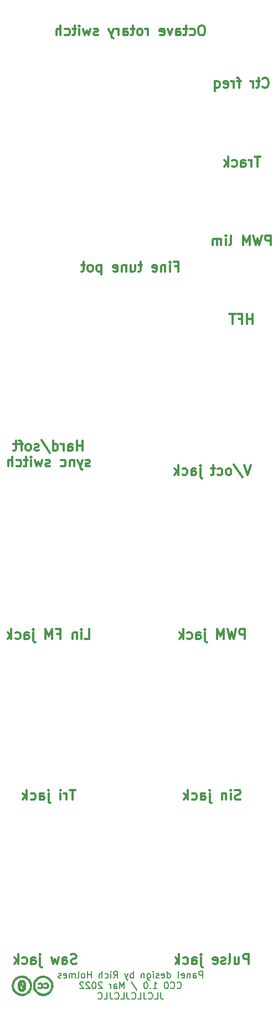
<source format=gbo>
G04 #@! TF.GenerationSoftware,KiCad,Pcbnew,6.0.2-378541a8eb~116~ubuntu20.04.1*
G04 #@! TF.CreationDate,2022-03-12T17:16:05-05:00*
G04 #@! TF.ProjectId,sidekick_panel,73696465-6b69-4636-9b5f-70616e656c2e,rev?*
G04 #@! TF.SameCoordinates,Original*
G04 #@! TF.FileFunction,Legend,Bot*
G04 #@! TF.FilePolarity,Positive*
%FSLAX46Y46*%
G04 Gerber Fmt 4.6, Leading zero omitted, Abs format (unit mm)*
G04 Created by KiCad (PCBNEW 6.0.2-378541a8eb~116~ubuntu20.04.1) date 2022-03-12 17:16:05*
%MOMM*%
%LPD*%
G01*
G04 APERTURE LIST*
%ADD10C,0.300000*%
%ADD11C,0.150000*%
%ADD12C,0.010000*%
G04 APERTURE END LIST*
D10*
X33778571Y-116071071D02*
X33778571Y-114571071D01*
X33778571Y-115285357D02*
X32921428Y-115285357D01*
X32921428Y-116071071D02*
X32921428Y-114571071D01*
X31564285Y-116071071D02*
X31564285Y-115285357D01*
X31635714Y-115142500D01*
X31778571Y-115071071D01*
X32064285Y-115071071D01*
X32207142Y-115142500D01*
X31564285Y-115999642D02*
X31707142Y-116071071D01*
X32064285Y-116071071D01*
X32207142Y-115999642D01*
X32278571Y-115856785D01*
X32278571Y-115713928D01*
X32207142Y-115571071D01*
X32064285Y-115499642D01*
X31707142Y-115499642D01*
X31564285Y-115428214D01*
X30850000Y-116071071D02*
X30850000Y-115071071D01*
X30850000Y-115356785D02*
X30778571Y-115213928D01*
X30707142Y-115142500D01*
X30564285Y-115071071D01*
X30421428Y-115071071D01*
X29278571Y-116071071D02*
X29278571Y-114571071D01*
X29278571Y-115999642D02*
X29421428Y-116071071D01*
X29707142Y-116071071D01*
X29850000Y-115999642D01*
X29921428Y-115928214D01*
X29992857Y-115785357D01*
X29992857Y-115356785D01*
X29921428Y-115213928D01*
X29850000Y-115142500D01*
X29707142Y-115071071D01*
X29421428Y-115071071D01*
X29278571Y-115142500D01*
X27492857Y-114499642D02*
X28778571Y-116428214D01*
X27064285Y-115999642D02*
X26921428Y-116071071D01*
X26635714Y-116071071D01*
X26492857Y-115999642D01*
X26421428Y-115856785D01*
X26421428Y-115785357D01*
X26492857Y-115642500D01*
X26635714Y-115571071D01*
X26850000Y-115571071D01*
X26992857Y-115499642D01*
X27064285Y-115356785D01*
X27064285Y-115285357D01*
X26992857Y-115142500D01*
X26850000Y-115071071D01*
X26635714Y-115071071D01*
X26492857Y-115142500D01*
X25564285Y-116071071D02*
X25707142Y-115999642D01*
X25778571Y-115928214D01*
X25850000Y-115785357D01*
X25850000Y-115356785D01*
X25778571Y-115213928D01*
X25707142Y-115142500D01*
X25564285Y-115071071D01*
X25350000Y-115071071D01*
X25207142Y-115142500D01*
X25135714Y-115213928D01*
X25064285Y-115356785D01*
X25064285Y-115785357D01*
X25135714Y-115928214D01*
X25207142Y-115999642D01*
X25350000Y-116071071D01*
X25564285Y-116071071D01*
X24635714Y-115071071D02*
X24064285Y-115071071D01*
X24421428Y-116071071D02*
X24421428Y-114785357D01*
X24350000Y-114642500D01*
X24207142Y-114571071D01*
X24064285Y-114571071D01*
X23778571Y-115071071D02*
X23207142Y-115071071D01*
X23564285Y-114571071D02*
X23564285Y-115856785D01*
X23492857Y-115999642D01*
X23350000Y-116071071D01*
X23207142Y-116071071D01*
X34885714Y-118414642D02*
X34742857Y-118486071D01*
X34457142Y-118486071D01*
X34314285Y-118414642D01*
X34242857Y-118271785D01*
X34242857Y-118200357D01*
X34314285Y-118057500D01*
X34457142Y-117986071D01*
X34671428Y-117986071D01*
X34814285Y-117914642D01*
X34885714Y-117771785D01*
X34885714Y-117700357D01*
X34814285Y-117557500D01*
X34671428Y-117486071D01*
X34457142Y-117486071D01*
X34314285Y-117557500D01*
X33742857Y-117486071D02*
X33385714Y-118486071D01*
X33028571Y-117486071D02*
X33385714Y-118486071D01*
X33528571Y-118843214D01*
X33600000Y-118914642D01*
X33742857Y-118986071D01*
X32457142Y-117486071D02*
X32457142Y-118486071D01*
X32457142Y-117628928D02*
X32385714Y-117557500D01*
X32242857Y-117486071D01*
X32028571Y-117486071D01*
X31885714Y-117557500D01*
X31814285Y-117700357D01*
X31814285Y-118486071D01*
X30457142Y-118414642D02*
X30600000Y-118486071D01*
X30885714Y-118486071D01*
X31028571Y-118414642D01*
X31100000Y-118343214D01*
X31171428Y-118200357D01*
X31171428Y-117771785D01*
X31100000Y-117628928D01*
X31028571Y-117557500D01*
X30885714Y-117486071D01*
X30600000Y-117486071D01*
X30457142Y-117557500D01*
X28742857Y-118414642D02*
X28600000Y-118486071D01*
X28314285Y-118486071D01*
X28171428Y-118414642D01*
X28100000Y-118271785D01*
X28100000Y-118200357D01*
X28171428Y-118057500D01*
X28314285Y-117986071D01*
X28528571Y-117986071D01*
X28671428Y-117914642D01*
X28742857Y-117771785D01*
X28742857Y-117700357D01*
X28671428Y-117557500D01*
X28528571Y-117486071D01*
X28314285Y-117486071D01*
X28171428Y-117557500D01*
X27600000Y-117486071D02*
X27314285Y-118486071D01*
X27028571Y-117771785D01*
X26742857Y-118486071D01*
X26457142Y-117486071D01*
X25885714Y-118486071D02*
X25885714Y-117486071D01*
X25885714Y-116986071D02*
X25957142Y-117057500D01*
X25885714Y-117128928D01*
X25814285Y-117057500D01*
X25885714Y-116986071D01*
X25885714Y-117128928D01*
X25385714Y-117486071D02*
X24814285Y-117486071D01*
X25171428Y-116986071D02*
X25171428Y-118271785D01*
X25100000Y-118414642D01*
X24957142Y-118486071D01*
X24814285Y-118486071D01*
X23671428Y-118414642D02*
X23814285Y-118486071D01*
X24100000Y-118486071D01*
X24242857Y-118414642D01*
X24314285Y-118343214D01*
X24385714Y-118200357D01*
X24385714Y-117771785D01*
X24314285Y-117628928D01*
X24242857Y-117557500D01*
X24100000Y-117486071D01*
X23814285Y-117486071D01*
X23671428Y-117557500D01*
X23028571Y-118486071D02*
X23028571Y-116986071D01*
X22385714Y-118486071D02*
X22385714Y-117700357D01*
X22457142Y-117557500D01*
X22600000Y-117486071D01*
X22814285Y-117486071D01*
X22957142Y-117557500D01*
X23028571Y-117628928D01*
X34100000Y-144778571D02*
X34814285Y-144778571D01*
X34814285Y-143278571D01*
X33600000Y-144778571D02*
X33600000Y-143778571D01*
X33600000Y-143278571D02*
X33671428Y-143350000D01*
X33600000Y-143421428D01*
X33528571Y-143350000D01*
X33600000Y-143278571D01*
X33600000Y-143421428D01*
X32885714Y-143778571D02*
X32885714Y-144778571D01*
X32885714Y-143921428D02*
X32814285Y-143850000D01*
X32671428Y-143778571D01*
X32457142Y-143778571D01*
X32314285Y-143850000D01*
X32242857Y-143992857D01*
X32242857Y-144778571D01*
X29885714Y-143992857D02*
X30385714Y-143992857D01*
X30385714Y-144778571D02*
X30385714Y-143278571D01*
X29671428Y-143278571D01*
X29100000Y-144778571D02*
X29100000Y-143278571D01*
X28600000Y-144350000D01*
X28100000Y-143278571D01*
X28100000Y-144778571D01*
X26242857Y-143778571D02*
X26242857Y-145064285D01*
X26314285Y-145207142D01*
X26457142Y-145278571D01*
X26528571Y-145278571D01*
X26242857Y-143278571D02*
X26314285Y-143350000D01*
X26242857Y-143421428D01*
X26171428Y-143350000D01*
X26242857Y-143278571D01*
X26242857Y-143421428D01*
X24885714Y-144778571D02*
X24885714Y-143992857D01*
X24957142Y-143850000D01*
X25100000Y-143778571D01*
X25385714Y-143778571D01*
X25528571Y-143850000D01*
X24885714Y-144707142D02*
X25028571Y-144778571D01*
X25385714Y-144778571D01*
X25528571Y-144707142D01*
X25600000Y-144564285D01*
X25600000Y-144421428D01*
X25528571Y-144278571D01*
X25385714Y-144207142D01*
X25028571Y-144207142D01*
X24885714Y-144135714D01*
X23528571Y-144707142D02*
X23671428Y-144778571D01*
X23957142Y-144778571D01*
X24100000Y-144707142D01*
X24171428Y-144635714D01*
X24242857Y-144492857D01*
X24242857Y-144064285D01*
X24171428Y-143921428D01*
X24100000Y-143850000D01*
X23957142Y-143778571D01*
X23671428Y-143778571D01*
X23528571Y-143850000D01*
X22885714Y-144778571D02*
X22885714Y-143278571D01*
X22742857Y-144207142D02*
X22314285Y-144778571D01*
X22314285Y-143778571D02*
X22885714Y-144350000D01*
X32850000Y-194207142D02*
X32635714Y-194278571D01*
X32278571Y-194278571D01*
X32135714Y-194207142D01*
X32064285Y-194135714D01*
X31992857Y-193992857D01*
X31992857Y-193850000D01*
X32064285Y-193707142D01*
X32135714Y-193635714D01*
X32278571Y-193564285D01*
X32564285Y-193492857D01*
X32707142Y-193421428D01*
X32778571Y-193350000D01*
X32850000Y-193207142D01*
X32850000Y-193064285D01*
X32778571Y-192921428D01*
X32707142Y-192850000D01*
X32564285Y-192778571D01*
X32207142Y-192778571D01*
X31992857Y-192850000D01*
X30707142Y-194278571D02*
X30707142Y-193492857D01*
X30778571Y-193350000D01*
X30921428Y-193278571D01*
X31207142Y-193278571D01*
X31350000Y-193350000D01*
X30707142Y-194207142D02*
X30850000Y-194278571D01*
X31207142Y-194278571D01*
X31350000Y-194207142D01*
X31421428Y-194064285D01*
X31421428Y-193921428D01*
X31350000Y-193778571D01*
X31207142Y-193707142D01*
X30850000Y-193707142D01*
X30707142Y-193635714D01*
X30135714Y-193278571D02*
X29850000Y-194278571D01*
X29564285Y-193564285D01*
X29278571Y-194278571D01*
X28992857Y-193278571D01*
X27278571Y-193278571D02*
X27278571Y-194564285D01*
X27350000Y-194707142D01*
X27492857Y-194778571D01*
X27564285Y-194778571D01*
X27278571Y-192778571D02*
X27350000Y-192850000D01*
X27278571Y-192921428D01*
X27207142Y-192850000D01*
X27278571Y-192778571D01*
X27278571Y-192921428D01*
X25921428Y-194278571D02*
X25921428Y-193492857D01*
X25992857Y-193350000D01*
X26135714Y-193278571D01*
X26421428Y-193278571D01*
X26564285Y-193350000D01*
X25921428Y-194207142D02*
X26064285Y-194278571D01*
X26421428Y-194278571D01*
X26564285Y-194207142D01*
X26635714Y-194064285D01*
X26635714Y-193921428D01*
X26564285Y-193778571D01*
X26421428Y-193707142D01*
X26064285Y-193707142D01*
X25921428Y-193635714D01*
X24564285Y-194207142D02*
X24707142Y-194278571D01*
X24992857Y-194278571D01*
X25135714Y-194207142D01*
X25207142Y-194135714D01*
X25278571Y-193992857D01*
X25278571Y-193564285D01*
X25207142Y-193421428D01*
X25135714Y-193350000D01*
X24992857Y-193278571D01*
X24707142Y-193278571D01*
X24564285Y-193350000D01*
X23921428Y-194278571D02*
X23921428Y-192778571D01*
X23778571Y-193707142D02*
X23350000Y-194278571D01*
X23350000Y-193278571D02*
X23921428Y-193850000D01*
X47921428Y-87992857D02*
X48421428Y-87992857D01*
X48421428Y-88778571D02*
X48421428Y-87278571D01*
X47707142Y-87278571D01*
X47135714Y-88778571D02*
X47135714Y-87778571D01*
X47135714Y-87278571D02*
X47207142Y-87350000D01*
X47135714Y-87421428D01*
X47064285Y-87350000D01*
X47135714Y-87278571D01*
X47135714Y-87421428D01*
X46421428Y-87778571D02*
X46421428Y-88778571D01*
X46421428Y-87921428D02*
X46350000Y-87850000D01*
X46207142Y-87778571D01*
X45992857Y-87778571D01*
X45850000Y-87850000D01*
X45778571Y-87992857D01*
X45778571Y-88778571D01*
X44492857Y-88707142D02*
X44635714Y-88778571D01*
X44921428Y-88778571D01*
X45064285Y-88707142D01*
X45135714Y-88564285D01*
X45135714Y-87992857D01*
X45064285Y-87850000D01*
X44921428Y-87778571D01*
X44635714Y-87778571D01*
X44492857Y-87850000D01*
X44421428Y-87992857D01*
X44421428Y-88135714D01*
X45135714Y-88278571D01*
X42850000Y-87778571D02*
X42278571Y-87778571D01*
X42635714Y-87278571D02*
X42635714Y-88564285D01*
X42564285Y-88707142D01*
X42421428Y-88778571D01*
X42278571Y-88778571D01*
X41135714Y-87778571D02*
X41135714Y-88778571D01*
X41778571Y-87778571D02*
X41778571Y-88564285D01*
X41707142Y-88707142D01*
X41564285Y-88778571D01*
X41350000Y-88778571D01*
X41207142Y-88707142D01*
X41135714Y-88635714D01*
X40421428Y-87778571D02*
X40421428Y-88778571D01*
X40421428Y-87921428D02*
X40350000Y-87850000D01*
X40207142Y-87778571D01*
X39992857Y-87778571D01*
X39850000Y-87850000D01*
X39778571Y-87992857D01*
X39778571Y-88778571D01*
X38492857Y-88707142D02*
X38635714Y-88778571D01*
X38921428Y-88778571D01*
X39064285Y-88707142D01*
X39135714Y-88564285D01*
X39135714Y-87992857D01*
X39064285Y-87850000D01*
X38921428Y-87778571D01*
X38635714Y-87778571D01*
X38492857Y-87850000D01*
X38421428Y-87992857D01*
X38421428Y-88135714D01*
X39135714Y-88278571D01*
X36635714Y-87778571D02*
X36635714Y-89278571D01*
X36635714Y-87850000D02*
X36492857Y-87778571D01*
X36207142Y-87778571D01*
X36064285Y-87850000D01*
X35992857Y-87921428D01*
X35921428Y-88064285D01*
X35921428Y-88492857D01*
X35992857Y-88635714D01*
X36064285Y-88707142D01*
X36207142Y-88778571D01*
X36492857Y-88778571D01*
X36635714Y-88707142D01*
X35064285Y-88778571D02*
X35207142Y-88707142D01*
X35278571Y-88635714D01*
X35350000Y-88492857D01*
X35350000Y-88064285D01*
X35278571Y-87921428D01*
X35207142Y-87850000D01*
X35064285Y-87778571D01*
X34850000Y-87778571D01*
X34707142Y-87850000D01*
X34635714Y-87921428D01*
X34564285Y-88064285D01*
X34564285Y-88492857D01*
X34635714Y-88635714D01*
X34707142Y-88707142D01*
X34850000Y-88778571D01*
X35064285Y-88778571D01*
X34135714Y-87778571D02*
X33564285Y-87778571D01*
X33921428Y-87278571D02*
X33921428Y-88564285D01*
X33850000Y-88707142D01*
X33707142Y-88778571D01*
X33564285Y-88778571D01*
X61314285Y-60635714D02*
X61385714Y-60707142D01*
X61600000Y-60778571D01*
X61742857Y-60778571D01*
X61957142Y-60707142D01*
X62100000Y-60564285D01*
X62171428Y-60421428D01*
X62242857Y-60135714D01*
X62242857Y-59921428D01*
X62171428Y-59635714D01*
X62100000Y-59492857D01*
X61957142Y-59350000D01*
X61742857Y-59278571D01*
X61600000Y-59278571D01*
X61385714Y-59350000D01*
X61314285Y-59421428D01*
X60885714Y-59778571D02*
X60314285Y-59778571D01*
X60671428Y-59278571D02*
X60671428Y-60564285D01*
X60600000Y-60707142D01*
X60457142Y-60778571D01*
X60314285Y-60778571D01*
X59814285Y-60778571D02*
X59814285Y-59778571D01*
X59814285Y-60064285D02*
X59742857Y-59921428D01*
X59671428Y-59850000D01*
X59528571Y-59778571D01*
X59385714Y-59778571D01*
X57957142Y-59778571D02*
X57385714Y-59778571D01*
X57742857Y-60778571D02*
X57742857Y-59492857D01*
X57671428Y-59350000D01*
X57528571Y-59278571D01*
X57385714Y-59278571D01*
X56885714Y-60778571D02*
X56885714Y-59778571D01*
X56885714Y-60064285D02*
X56814285Y-59921428D01*
X56742857Y-59850000D01*
X56600000Y-59778571D01*
X56457142Y-59778571D01*
X55385714Y-60707142D02*
X55528571Y-60778571D01*
X55814285Y-60778571D01*
X55957142Y-60707142D01*
X56028571Y-60564285D01*
X56028571Y-59992857D01*
X55957142Y-59850000D01*
X55814285Y-59778571D01*
X55528571Y-59778571D01*
X55385714Y-59850000D01*
X55314285Y-59992857D01*
X55314285Y-60135714D01*
X56028571Y-60278571D01*
X54028571Y-59778571D02*
X54028571Y-61278571D01*
X54028571Y-60707142D02*
X54171428Y-60778571D01*
X54457142Y-60778571D01*
X54600000Y-60707142D01*
X54671428Y-60635714D01*
X54742857Y-60492857D01*
X54742857Y-60064285D01*
X54671428Y-59921428D01*
X54600000Y-59850000D01*
X54457142Y-59778571D01*
X54171428Y-59778571D01*
X54028571Y-59850000D01*
X58564285Y-144778571D02*
X58564285Y-143278571D01*
X57992857Y-143278571D01*
X57850000Y-143350000D01*
X57778571Y-143421428D01*
X57707142Y-143564285D01*
X57707142Y-143778571D01*
X57778571Y-143921428D01*
X57850000Y-143992857D01*
X57992857Y-144064285D01*
X58564285Y-144064285D01*
X57207142Y-143278571D02*
X56850000Y-144778571D01*
X56564285Y-143707142D01*
X56278571Y-144778571D01*
X55921428Y-143278571D01*
X55350000Y-144778571D02*
X55350000Y-143278571D01*
X54850000Y-144350000D01*
X54350000Y-143278571D01*
X54350000Y-144778571D01*
X52492857Y-143778571D02*
X52492857Y-145064285D01*
X52564285Y-145207142D01*
X52707142Y-145278571D01*
X52778571Y-145278571D01*
X52492857Y-143278571D02*
X52564285Y-143350000D01*
X52492857Y-143421428D01*
X52421428Y-143350000D01*
X52492857Y-143278571D01*
X52492857Y-143421428D01*
X51135714Y-144778571D02*
X51135714Y-143992857D01*
X51207142Y-143850000D01*
X51350000Y-143778571D01*
X51635714Y-143778571D01*
X51778571Y-143850000D01*
X51135714Y-144707142D02*
X51278571Y-144778571D01*
X51635714Y-144778571D01*
X51778571Y-144707142D01*
X51850000Y-144564285D01*
X51850000Y-144421428D01*
X51778571Y-144278571D01*
X51635714Y-144207142D01*
X51278571Y-144207142D01*
X51135714Y-144135714D01*
X49778571Y-144707142D02*
X49921428Y-144778571D01*
X50207142Y-144778571D01*
X50350000Y-144707142D01*
X50421428Y-144635714D01*
X50492857Y-144492857D01*
X50492857Y-144064285D01*
X50421428Y-143921428D01*
X50350000Y-143850000D01*
X50207142Y-143778571D01*
X49921428Y-143778571D01*
X49778571Y-143850000D01*
X49135714Y-144778571D02*
X49135714Y-143278571D01*
X48992857Y-144207142D02*
X48564285Y-144778571D01*
X48564285Y-143778571D02*
X49135714Y-144350000D01*
X32707142Y-167778571D02*
X31850000Y-167778571D01*
X32278571Y-169278571D02*
X32278571Y-167778571D01*
X31350000Y-169278571D02*
X31350000Y-168278571D01*
X31350000Y-168564285D02*
X31278571Y-168421428D01*
X31207142Y-168350000D01*
X31064285Y-168278571D01*
X30921428Y-168278571D01*
X30421428Y-169278571D02*
X30421428Y-168278571D01*
X30421428Y-167778571D02*
X30492857Y-167850000D01*
X30421428Y-167921428D01*
X30350000Y-167850000D01*
X30421428Y-167778571D01*
X30421428Y-167921428D01*
X28564285Y-168278571D02*
X28564285Y-169564285D01*
X28635714Y-169707142D01*
X28778571Y-169778571D01*
X28850000Y-169778571D01*
X28564285Y-167778571D02*
X28635714Y-167850000D01*
X28564285Y-167921428D01*
X28492857Y-167850000D01*
X28564285Y-167778571D01*
X28564285Y-167921428D01*
X27207142Y-169278571D02*
X27207142Y-168492857D01*
X27278571Y-168350000D01*
X27421428Y-168278571D01*
X27707142Y-168278571D01*
X27850000Y-168350000D01*
X27207142Y-169207142D02*
X27350000Y-169278571D01*
X27707142Y-169278571D01*
X27850000Y-169207142D01*
X27921428Y-169064285D01*
X27921428Y-168921428D01*
X27850000Y-168778571D01*
X27707142Y-168707142D01*
X27350000Y-168707142D01*
X27207142Y-168635714D01*
X25850000Y-169207142D02*
X25992857Y-169278571D01*
X26278571Y-169278571D01*
X26421428Y-169207142D01*
X26492857Y-169135714D01*
X26564285Y-168992857D01*
X26564285Y-168564285D01*
X26492857Y-168421428D01*
X26421428Y-168350000D01*
X26278571Y-168278571D01*
X25992857Y-168278571D01*
X25850000Y-168350000D01*
X25207142Y-169278571D02*
X25207142Y-167778571D01*
X25064285Y-168707142D02*
X24635714Y-169278571D01*
X24635714Y-168278571D02*
X25207142Y-168850000D01*
X62528571Y-84778571D02*
X62528571Y-83278571D01*
X61957142Y-83278571D01*
X61814285Y-83350000D01*
X61742857Y-83421428D01*
X61671428Y-83564285D01*
X61671428Y-83778571D01*
X61742857Y-83921428D01*
X61814285Y-83992857D01*
X61957142Y-84064285D01*
X62528571Y-84064285D01*
X61171428Y-83278571D02*
X60814285Y-84778571D01*
X60528571Y-83707142D01*
X60242857Y-84778571D01*
X59885714Y-83278571D01*
X59314285Y-84778571D02*
X59314285Y-83278571D01*
X58814285Y-84350000D01*
X58314285Y-83278571D01*
X58314285Y-84778571D01*
X56242857Y-84778571D02*
X56385714Y-84707142D01*
X56457142Y-84564285D01*
X56457142Y-83278571D01*
X55671428Y-84778571D02*
X55671428Y-83778571D01*
X55671428Y-83278571D02*
X55742857Y-83350000D01*
X55671428Y-83421428D01*
X55600000Y-83350000D01*
X55671428Y-83278571D01*
X55671428Y-83421428D01*
X54957142Y-84778571D02*
X54957142Y-83778571D01*
X54957142Y-83921428D02*
X54885714Y-83850000D01*
X54742857Y-83778571D01*
X54528571Y-83778571D01*
X54385714Y-83850000D01*
X54314285Y-83992857D01*
X54314285Y-84778571D01*
X54314285Y-83992857D02*
X54242857Y-83850000D01*
X54100000Y-83778571D01*
X53885714Y-83778571D01*
X53742857Y-83850000D01*
X53671428Y-83992857D01*
X53671428Y-84778571D01*
X57921428Y-169207142D02*
X57707142Y-169278571D01*
X57350000Y-169278571D01*
X57207142Y-169207142D01*
X57135714Y-169135714D01*
X57064285Y-168992857D01*
X57064285Y-168850000D01*
X57135714Y-168707142D01*
X57207142Y-168635714D01*
X57350000Y-168564285D01*
X57635714Y-168492857D01*
X57778571Y-168421428D01*
X57850000Y-168350000D01*
X57921428Y-168207142D01*
X57921428Y-168064285D01*
X57850000Y-167921428D01*
X57778571Y-167850000D01*
X57635714Y-167778571D01*
X57278571Y-167778571D01*
X57064285Y-167850000D01*
X56421428Y-169278571D02*
X56421428Y-168278571D01*
X56421428Y-167778571D02*
X56492857Y-167850000D01*
X56421428Y-167921428D01*
X56350000Y-167850000D01*
X56421428Y-167778571D01*
X56421428Y-167921428D01*
X55707142Y-168278571D02*
X55707142Y-169278571D01*
X55707142Y-168421428D02*
X55635714Y-168350000D01*
X55492857Y-168278571D01*
X55278571Y-168278571D01*
X55135714Y-168350000D01*
X55064285Y-168492857D01*
X55064285Y-169278571D01*
X53207142Y-168278571D02*
X53207142Y-169564285D01*
X53278571Y-169707142D01*
X53421428Y-169778571D01*
X53492857Y-169778571D01*
X53207142Y-167778571D02*
X53278571Y-167850000D01*
X53207142Y-167921428D01*
X53135714Y-167850000D01*
X53207142Y-167778571D01*
X53207142Y-167921428D01*
X51850000Y-169278571D02*
X51850000Y-168492857D01*
X51921428Y-168350000D01*
X52064285Y-168278571D01*
X52350000Y-168278571D01*
X52492857Y-168350000D01*
X51850000Y-169207142D02*
X51992857Y-169278571D01*
X52350000Y-169278571D01*
X52492857Y-169207142D01*
X52564285Y-169064285D01*
X52564285Y-168921428D01*
X52492857Y-168778571D01*
X52350000Y-168707142D01*
X51992857Y-168707142D01*
X51850000Y-168635714D01*
X50492857Y-169207142D02*
X50635714Y-169278571D01*
X50921428Y-169278571D01*
X51064285Y-169207142D01*
X51135714Y-169135714D01*
X51207142Y-168992857D01*
X51207142Y-168564285D01*
X51135714Y-168421428D01*
X51064285Y-168350000D01*
X50921428Y-168278571D01*
X50635714Y-168278571D01*
X50492857Y-168350000D01*
X49850000Y-169278571D02*
X49850000Y-167778571D01*
X49707142Y-168707142D02*
X49278571Y-169278571D01*
X49278571Y-168278571D02*
X49850000Y-168850000D01*
X52135714Y-51278571D02*
X51850000Y-51278571D01*
X51707142Y-51350000D01*
X51564285Y-51492857D01*
X51492857Y-51778571D01*
X51492857Y-52278571D01*
X51564285Y-52564285D01*
X51707142Y-52707142D01*
X51850000Y-52778571D01*
X52135714Y-52778571D01*
X52278571Y-52707142D01*
X52421428Y-52564285D01*
X52492857Y-52278571D01*
X52492857Y-51778571D01*
X52421428Y-51492857D01*
X52278571Y-51350000D01*
X52135714Y-51278571D01*
X50207142Y-52707142D02*
X50350000Y-52778571D01*
X50635714Y-52778571D01*
X50778571Y-52707142D01*
X50850000Y-52635714D01*
X50921428Y-52492857D01*
X50921428Y-52064285D01*
X50850000Y-51921428D01*
X50778571Y-51850000D01*
X50635714Y-51778571D01*
X50350000Y-51778571D01*
X50207142Y-51850000D01*
X49778571Y-51778571D02*
X49207142Y-51778571D01*
X49564285Y-51278571D02*
X49564285Y-52564285D01*
X49492857Y-52707142D01*
X49350000Y-52778571D01*
X49207142Y-52778571D01*
X48064285Y-52778571D02*
X48064285Y-51992857D01*
X48135714Y-51850000D01*
X48278571Y-51778571D01*
X48564285Y-51778571D01*
X48707142Y-51850000D01*
X48064285Y-52707142D02*
X48207142Y-52778571D01*
X48564285Y-52778571D01*
X48707142Y-52707142D01*
X48778571Y-52564285D01*
X48778571Y-52421428D01*
X48707142Y-52278571D01*
X48564285Y-52207142D01*
X48207142Y-52207142D01*
X48064285Y-52135714D01*
X47492857Y-51778571D02*
X47135714Y-52778571D01*
X46778571Y-51778571D01*
X45635714Y-52707142D02*
X45778571Y-52778571D01*
X46064285Y-52778571D01*
X46207142Y-52707142D01*
X46278571Y-52564285D01*
X46278571Y-51992857D01*
X46207142Y-51850000D01*
X46064285Y-51778571D01*
X45778571Y-51778571D01*
X45635714Y-51850000D01*
X45564285Y-51992857D01*
X45564285Y-52135714D01*
X46278571Y-52278571D01*
X43778571Y-52778571D02*
X43778571Y-51778571D01*
X43778571Y-52064285D02*
X43707142Y-51921428D01*
X43635714Y-51850000D01*
X43492857Y-51778571D01*
X43350000Y-51778571D01*
X42635714Y-52778571D02*
X42778571Y-52707142D01*
X42850000Y-52635714D01*
X42921428Y-52492857D01*
X42921428Y-52064285D01*
X42850000Y-51921428D01*
X42778571Y-51850000D01*
X42635714Y-51778571D01*
X42421428Y-51778571D01*
X42278571Y-51850000D01*
X42207142Y-51921428D01*
X42135714Y-52064285D01*
X42135714Y-52492857D01*
X42207142Y-52635714D01*
X42278571Y-52707142D01*
X42421428Y-52778571D01*
X42635714Y-52778571D01*
X41707142Y-51778571D02*
X41135714Y-51778571D01*
X41492857Y-51278571D02*
X41492857Y-52564285D01*
X41421428Y-52707142D01*
X41278571Y-52778571D01*
X41135714Y-52778571D01*
X39992857Y-52778571D02*
X39992857Y-51992857D01*
X40064285Y-51850000D01*
X40207142Y-51778571D01*
X40492857Y-51778571D01*
X40635714Y-51850000D01*
X39992857Y-52707142D02*
X40135714Y-52778571D01*
X40492857Y-52778571D01*
X40635714Y-52707142D01*
X40707142Y-52564285D01*
X40707142Y-52421428D01*
X40635714Y-52278571D01*
X40492857Y-52207142D01*
X40135714Y-52207142D01*
X39992857Y-52135714D01*
X39278571Y-52778571D02*
X39278571Y-51778571D01*
X39278571Y-52064285D02*
X39207142Y-51921428D01*
X39135714Y-51850000D01*
X38992857Y-51778571D01*
X38850000Y-51778571D01*
X38492857Y-51778571D02*
X38135714Y-52778571D01*
X37778571Y-51778571D02*
X38135714Y-52778571D01*
X38278571Y-53135714D01*
X38350000Y-53207142D01*
X38492857Y-53278571D01*
X36135714Y-52707142D02*
X35992857Y-52778571D01*
X35707142Y-52778571D01*
X35564285Y-52707142D01*
X35492857Y-52564285D01*
X35492857Y-52492857D01*
X35564285Y-52350000D01*
X35707142Y-52278571D01*
X35921428Y-52278571D01*
X36064285Y-52207142D01*
X36135714Y-52064285D01*
X36135714Y-51992857D01*
X36064285Y-51850000D01*
X35921428Y-51778571D01*
X35707142Y-51778571D01*
X35564285Y-51850000D01*
X34992857Y-51778571D02*
X34707142Y-52778571D01*
X34421428Y-52064285D01*
X34135714Y-52778571D01*
X33850000Y-51778571D01*
X33278571Y-52778571D02*
X33278571Y-51778571D01*
X33278571Y-51278571D02*
X33350000Y-51350000D01*
X33278571Y-51421428D01*
X33207142Y-51350000D01*
X33278571Y-51278571D01*
X33278571Y-51421428D01*
X32778571Y-51778571D02*
X32207142Y-51778571D01*
X32564285Y-51278571D02*
X32564285Y-52564285D01*
X32492857Y-52707142D01*
X32350000Y-52778571D01*
X32207142Y-52778571D01*
X31064285Y-52707142D02*
X31207142Y-52778571D01*
X31492857Y-52778571D01*
X31635714Y-52707142D01*
X31707142Y-52635714D01*
X31778571Y-52492857D01*
X31778571Y-52064285D01*
X31707142Y-51921428D01*
X31635714Y-51850000D01*
X31492857Y-51778571D01*
X31207142Y-51778571D01*
X31064285Y-51850000D01*
X30421428Y-52778571D02*
X30421428Y-51278571D01*
X29778571Y-52778571D02*
X29778571Y-51992857D01*
X29850000Y-51850000D01*
X29992857Y-51778571D01*
X30207142Y-51778571D01*
X30350000Y-51850000D01*
X30421428Y-51921428D01*
X59492857Y-118278571D02*
X58992857Y-119778571D01*
X58492857Y-118278571D01*
X56921428Y-118207142D02*
X58207142Y-120135714D01*
X56207142Y-119778571D02*
X56350000Y-119707142D01*
X56421428Y-119635714D01*
X56492857Y-119492857D01*
X56492857Y-119064285D01*
X56421428Y-118921428D01*
X56350000Y-118850000D01*
X56207142Y-118778571D01*
X55992857Y-118778571D01*
X55850000Y-118850000D01*
X55778571Y-118921428D01*
X55707142Y-119064285D01*
X55707142Y-119492857D01*
X55778571Y-119635714D01*
X55850000Y-119707142D01*
X55992857Y-119778571D01*
X56207142Y-119778571D01*
X54421428Y-119707142D02*
X54564285Y-119778571D01*
X54850000Y-119778571D01*
X54992857Y-119707142D01*
X55064285Y-119635714D01*
X55135714Y-119492857D01*
X55135714Y-119064285D01*
X55064285Y-118921428D01*
X54992857Y-118850000D01*
X54850000Y-118778571D01*
X54564285Y-118778571D01*
X54421428Y-118850000D01*
X53992857Y-118778571D02*
X53421428Y-118778571D01*
X53778571Y-118278571D02*
X53778571Y-119564285D01*
X53707142Y-119707142D01*
X53564285Y-119778571D01*
X53421428Y-119778571D01*
X51778571Y-118778571D02*
X51778571Y-120064285D01*
X51850000Y-120207142D01*
X51992857Y-120278571D01*
X52064285Y-120278571D01*
X51778571Y-118278571D02*
X51850000Y-118350000D01*
X51778571Y-118421428D01*
X51707142Y-118350000D01*
X51778571Y-118278571D01*
X51778571Y-118421428D01*
X50421428Y-119778571D02*
X50421428Y-118992857D01*
X50492857Y-118850000D01*
X50635714Y-118778571D01*
X50921428Y-118778571D01*
X51064285Y-118850000D01*
X50421428Y-119707142D02*
X50564285Y-119778571D01*
X50921428Y-119778571D01*
X51064285Y-119707142D01*
X51135714Y-119564285D01*
X51135714Y-119421428D01*
X51064285Y-119278571D01*
X50921428Y-119207142D01*
X50564285Y-119207142D01*
X50421428Y-119135714D01*
X49064285Y-119707142D02*
X49207142Y-119778571D01*
X49492857Y-119778571D01*
X49635714Y-119707142D01*
X49707142Y-119635714D01*
X49778571Y-119492857D01*
X49778571Y-119064285D01*
X49707142Y-118921428D01*
X49635714Y-118850000D01*
X49492857Y-118778571D01*
X49207142Y-118778571D01*
X49064285Y-118850000D01*
X48421428Y-119778571D02*
X48421428Y-118278571D01*
X48278571Y-119207142D02*
X47850000Y-119778571D01*
X47850000Y-118778571D02*
X48421428Y-119350000D01*
X59742857Y-96778571D02*
X59742857Y-95278571D01*
X59742857Y-95992857D02*
X58885714Y-95992857D01*
X58885714Y-96778571D02*
X58885714Y-95278571D01*
X57671428Y-95992857D02*
X58171428Y-95992857D01*
X58171428Y-96778571D02*
X58171428Y-95278571D01*
X57457142Y-95278571D01*
X57100000Y-95278571D02*
X56242857Y-95278571D01*
X56671428Y-96778571D02*
X56671428Y-95278571D01*
D11*
X52100000Y-196442380D02*
X52100000Y-195442380D01*
X51719047Y-195442380D01*
X51623809Y-195490000D01*
X51576190Y-195537619D01*
X51528571Y-195632857D01*
X51528571Y-195775714D01*
X51576190Y-195870952D01*
X51623809Y-195918571D01*
X51719047Y-195966190D01*
X52100000Y-195966190D01*
X50671428Y-196442380D02*
X50671428Y-195918571D01*
X50719047Y-195823333D01*
X50814285Y-195775714D01*
X51004761Y-195775714D01*
X51100000Y-195823333D01*
X50671428Y-196394761D02*
X50766666Y-196442380D01*
X51004761Y-196442380D01*
X51100000Y-196394761D01*
X51147619Y-196299523D01*
X51147619Y-196204285D01*
X51100000Y-196109047D01*
X51004761Y-196061428D01*
X50766666Y-196061428D01*
X50671428Y-196013809D01*
X50195238Y-195775714D02*
X50195238Y-196442380D01*
X50195238Y-195870952D02*
X50147619Y-195823333D01*
X50052380Y-195775714D01*
X49909523Y-195775714D01*
X49814285Y-195823333D01*
X49766666Y-195918571D01*
X49766666Y-196442380D01*
X48909523Y-196394761D02*
X49004761Y-196442380D01*
X49195238Y-196442380D01*
X49290476Y-196394761D01*
X49338095Y-196299523D01*
X49338095Y-195918571D01*
X49290476Y-195823333D01*
X49195238Y-195775714D01*
X49004761Y-195775714D01*
X48909523Y-195823333D01*
X48861904Y-195918571D01*
X48861904Y-196013809D01*
X49338095Y-196109047D01*
X48290476Y-196442380D02*
X48385714Y-196394761D01*
X48433333Y-196299523D01*
X48433333Y-195442380D01*
X46719047Y-196442380D02*
X46719047Y-195442380D01*
X46719047Y-196394761D02*
X46814285Y-196442380D01*
X47004761Y-196442380D01*
X47100000Y-196394761D01*
X47147619Y-196347142D01*
X47195238Y-196251904D01*
X47195238Y-195966190D01*
X47147619Y-195870952D01*
X47100000Y-195823333D01*
X47004761Y-195775714D01*
X46814285Y-195775714D01*
X46719047Y-195823333D01*
X45861904Y-196394761D02*
X45957142Y-196442380D01*
X46147619Y-196442380D01*
X46242857Y-196394761D01*
X46290476Y-196299523D01*
X46290476Y-195918571D01*
X46242857Y-195823333D01*
X46147619Y-195775714D01*
X45957142Y-195775714D01*
X45861904Y-195823333D01*
X45814285Y-195918571D01*
X45814285Y-196013809D01*
X46290476Y-196109047D01*
X45433333Y-196394761D02*
X45338095Y-196442380D01*
X45147619Y-196442380D01*
X45052380Y-196394761D01*
X45004761Y-196299523D01*
X45004761Y-196251904D01*
X45052380Y-196156666D01*
X45147619Y-196109047D01*
X45290476Y-196109047D01*
X45385714Y-196061428D01*
X45433333Y-195966190D01*
X45433333Y-195918571D01*
X45385714Y-195823333D01*
X45290476Y-195775714D01*
X45147619Y-195775714D01*
X45052380Y-195823333D01*
X44576190Y-196442380D02*
X44576190Y-195775714D01*
X44576190Y-195442380D02*
X44623809Y-195490000D01*
X44576190Y-195537619D01*
X44528571Y-195490000D01*
X44576190Y-195442380D01*
X44576190Y-195537619D01*
X43671428Y-195775714D02*
X43671428Y-196585238D01*
X43719047Y-196680476D01*
X43766666Y-196728095D01*
X43861904Y-196775714D01*
X44004761Y-196775714D01*
X44100000Y-196728095D01*
X43671428Y-196394761D02*
X43766666Y-196442380D01*
X43957142Y-196442380D01*
X44052380Y-196394761D01*
X44100000Y-196347142D01*
X44147619Y-196251904D01*
X44147619Y-195966190D01*
X44100000Y-195870952D01*
X44052380Y-195823333D01*
X43957142Y-195775714D01*
X43766666Y-195775714D01*
X43671428Y-195823333D01*
X43195238Y-195775714D02*
X43195238Y-196442380D01*
X43195238Y-195870952D02*
X43147619Y-195823333D01*
X43052380Y-195775714D01*
X42909523Y-195775714D01*
X42814285Y-195823333D01*
X42766666Y-195918571D01*
X42766666Y-196442380D01*
X41528571Y-196442380D02*
X41528571Y-195442380D01*
X41528571Y-195823333D02*
X41433333Y-195775714D01*
X41242857Y-195775714D01*
X41147619Y-195823333D01*
X41100000Y-195870952D01*
X41052380Y-195966190D01*
X41052380Y-196251904D01*
X41100000Y-196347142D01*
X41147619Y-196394761D01*
X41242857Y-196442380D01*
X41433333Y-196442380D01*
X41528571Y-196394761D01*
X40719047Y-195775714D02*
X40480952Y-196442380D01*
X40242857Y-195775714D02*
X40480952Y-196442380D01*
X40576190Y-196680476D01*
X40623809Y-196728095D01*
X40719047Y-196775714D01*
X38528571Y-196442380D02*
X38861904Y-195966190D01*
X39100000Y-196442380D02*
X39100000Y-195442380D01*
X38719047Y-195442380D01*
X38623809Y-195490000D01*
X38576190Y-195537619D01*
X38528571Y-195632857D01*
X38528571Y-195775714D01*
X38576190Y-195870952D01*
X38623809Y-195918571D01*
X38719047Y-195966190D01*
X39100000Y-195966190D01*
X38100000Y-196442380D02*
X38100000Y-195775714D01*
X38100000Y-195442380D02*
X38147619Y-195490000D01*
X38100000Y-195537619D01*
X38052380Y-195490000D01*
X38100000Y-195442380D01*
X38100000Y-195537619D01*
X37195238Y-196394761D02*
X37290476Y-196442380D01*
X37480952Y-196442380D01*
X37576190Y-196394761D01*
X37623809Y-196347142D01*
X37671428Y-196251904D01*
X37671428Y-195966190D01*
X37623809Y-195870952D01*
X37576190Y-195823333D01*
X37480952Y-195775714D01*
X37290476Y-195775714D01*
X37195238Y-195823333D01*
X36766666Y-196442380D02*
X36766666Y-195442380D01*
X36338095Y-196442380D02*
X36338095Y-195918571D01*
X36385714Y-195823333D01*
X36480952Y-195775714D01*
X36623809Y-195775714D01*
X36719047Y-195823333D01*
X36766666Y-195870952D01*
X35100000Y-196442380D02*
X35100000Y-195442380D01*
X35100000Y-195918571D02*
X34528571Y-195918571D01*
X34528571Y-196442380D02*
X34528571Y-195442380D01*
X33909523Y-196442380D02*
X34004761Y-196394761D01*
X34052380Y-196347142D01*
X34100000Y-196251904D01*
X34100000Y-195966190D01*
X34052380Y-195870952D01*
X34004761Y-195823333D01*
X33909523Y-195775714D01*
X33766666Y-195775714D01*
X33671428Y-195823333D01*
X33623809Y-195870952D01*
X33576190Y-195966190D01*
X33576190Y-196251904D01*
X33623809Y-196347142D01*
X33671428Y-196394761D01*
X33766666Y-196442380D01*
X33909523Y-196442380D01*
X33004761Y-196442380D02*
X33100000Y-196394761D01*
X33147619Y-196299523D01*
X33147619Y-195442380D01*
X32623809Y-196442380D02*
X32623809Y-195775714D01*
X32623809Y-195870952D02*
X32576190Y-195823333D01*
X32480952Y-195775714D01*
X32338095Y-195775714D01*
X32242857Y-195823333D01*
X32195238Y-195918571D01*
X32195238Y-196442380D01*
X32195238Y-195918571D02*
X32147619Y-195823333D01*
X32052380Y-195775714D01*
X31909523Y-195775714D01*
X31814285Y-195823333D01*
X31766666Y-195918571D01*
X31766666Y-196442380D01*
X30909523Y-196394761D02*
X31004761Y-196442380D01*
X31195238Y-196442380D01*
X31290476Y-196394761D01*
X31338095Y-196299523D01*
X31338095Y-195918571D01*
X31290476Y-195823333D01*
X31195238Y-195775714D01*
X31004761Y-195775714D01*
X30909523Y-195823333D01*
X30861904Y-195918571D01*
X30861904Y-196013809D01*
X31338095Y-196109047D01*
X30480952Y-196394761D02*
X30385714Y-196442380D01*
X30195238Y-196442380D01*
X30100000Y-196394761D01*
X30052380Y-196299523D01*
X30052380Y-196251904D01*
X30100000Y-196156666D01*
X30195238Y-196109047D01*
X30338095Y-196109047D01*
X30433333Y-196061428D01*
X30480952Y-195966190D01*
X30480952Y-195918571D01*
X30433333Y-195823333D01*
X30338095Y-195775714D01*
X30195238Y-195775714D01*
X30100000Y-195823333D01*
X48242857Y-197957142D02*
X48290476Y-198004761D01*
X48433333Y-198052380D01*
X48528571Y-198052380D01*
X48671428Y-198004761D01*
X48766666Y-197909523D01*
X48814285Y-197814285D01*
X48861904Y-197623809D01*
X48861904Y-197480952D01*
X48814285Y-197290476D01*
X48766666Y-197195238D01*
X48671428Y-197100000D01*
X48528571Y-197052380D01*
X48433333Y-197052380D01*
X48290476Y-197100000D01*
X48242857Y-197147619D01*
X47242857Y-197957142D02*
X47290476Y-198004761D01*
X47433333Y-198052380D01*
X47528571Y-198052380D01*
X47671428Y-198004761D01*
X47766666Y-197909523D01*
X47814285Y-197814285D01*
X47861904Y-197623809D01*
X47861904Y-197480952D01*
X47814285Y-197290476D01*
X47766666Y-197195238D01*
X47671428Y-197100000D01*
X47528571Y-197052380D01*
X47433333Y-197052380D01*
X47290476Y-197100000D01*
X47242857Y-197147619D01*
X46623809Y-197052380D02*
X46528571Y-197052380D01*
X46433333Y-197100000D01*
X46385714Y-197147619D01*
X46338095Y-197242857D01*
X46290476Y-197433333D01*
X46290476Y-197671428D01*
X46338095Y-197861904D01*
X46385714Y-197957142D01*
X46433333Y-198004761D01*
X46528571Y-198052380D01*
X46623809Y-198052380D01*
X46719047Y-198004761D01*
X46766666Y-197957142D01*
X46814285Y-197861904D01*
X46861904Y-197671428D01*
X46861904Y-197433333D01*
X46814285Y-197242857D01*
X46766666Y-197147619D01*
X46719047Y-197100000D01*
X46623809Y-197052380D01*
X44576190Y-198052380D02*
X45147619Y-198052380D01*
X44861904Y-198052380D02*
X44861904Y-197052380D01*
X44957142Y-197195238D01*
X45052380Y-197290476D01*
X45147619Y-197338095D01*
X44147619Y-197957142D02*
X44100000Y-198004761D01*
X44147619Y-198052380D01*
X44195238Y-198004761D01*
X44147619Y-197957142D01*
X44147619Y-198052380D01*
X43480952Y-197052380D02*
X43385714Y-197052380D01*
X43290476Y-197100000D01*
X43242857Y-197147619D01*
X43195238Y-197242857D01*
X43147619Y-197433333D01*
X43147619Y-197671428D01*
X43195238Y-197861904D01*
X43242857Y-197957142D01*
X43290476Y-198004761D01*
X43385714Y-198052380D01*
X43480952Y-198052380D01*
X43576190Y-198004761D01*
X43623809Y-197957142D01*
X43671428Y-197861904D01*
X43719047Y-197671428D01*
X43719047Y-197433333D01*
X43671428Y-197242857D01*
X43623809Y-197147619D01*
X43576190Y-197100000D01*
X43480952Y-197052380D01*
X41242857Y-197004761D02*
X42100000Y-198290476D01*
X40147619Y-198052380D02*
X40147619Y-197052380D01*
X39814285Y-197766666D01*
X39480952Y-197052380D01*
X39480952Y-198052380D01*
X38576190Y-198052380D02*
X38576190Y-197528571D01*
X38623809Y-197433333D01*
X38719047Y-197385714D01*
X38909523Y-197385714D01*
X39004761Y-197433333D01*
X38576190Y-198004761D02*
X38671428Y-198052380D01*
X38909523Y-198052380D01*
X39004761Y-198004761D01*
X39052380Y-197909523D01*
X39052380Y-197814285D01*
X39004761Y-197719047D01*
X38909523Y-197671428D01*
X38671428Y-197671428D01*
X38576190Y-197623809D01*
X38100000Y-198052380D02*
X38100000Y-197385714D01*
X38100000Y-197576190D02*
X38052380Y-197480952D01*
X38004761Y-197433333D01*
X37909523Y-197385714D01*
X37814285Y-197385714D01*
X36766666Y-197147619D02*
X36719047Y-197100000D01*
X36623809Y-197052380D01*
X36385714Y-197052380D01*
X36290476Y-197100000D01*
X36242857Y-197147619D01*
X36195238Y-197242857D01*
X36195238Y-197338095D01*
X36242857Y-197480952D01*
X36814285Y-198052380D01*
X36195238Y-198052380D01*
X35576190Y-197052380D02*
X35480952Y-197052380D01*
X35385714Y-197100000D01*
X35338095Y-197147619D01*
X35290476Y-197242857D01*
X35242857Y-197433333D01*
X35242857Y-197671428D01*
X35290476Y-197861904D01*
X35338095Y-197957142D01*
X35385714Y-198004761D01*
X35480952Y-198052380D01*
X35576190Y-198052380D01*
X35671428Y-198004761D01*
X35719047Y-197957142D01*
X35766666Y-197861904D01*
X35814285Y-197671428D01*
X35814285Y-197433333D01*
X35766666Y-197242857D01*
X35719047Y-197147619D01*
X35671428Y-197100000D01*
X35576190Y-197052380D01*
X34861904Y-197147619D02*
X34814285Y-197100000D01*
X34719047Y-197052380D01*
X34480952Y-197052380D01*
X34385714Y-197100000D01*
X34338095Y-197147619D01*
X34290476Y-197242857D01*
X34290476Y-197338095D01*
X34338095Y-197480952D01*
X34909523Y-198052380D01*
X34290476Y-198052380D01*
X33909523Y-197147619D02*
X33861904Y-197100000D01*
X33766666Y-197052380D01*
X33528571Y-197052380D01*
X33433333Y-197100000D01*
X33385714Y-197147619D01*
X33338095Y-197242857D01*
X33338095Y-197338095D01*
X33385714Y-197480952D01*
X33957142Y-198052380D01*
X33338095Y-198052380D01*
X45719047Y-198662380D02*
X45719047Y-199376666D01*
X45766666Y-199519523D01*
X45861904Y-199614761D01*
X46004761Y-199662380D01*
X46100000Y-199662380D01*
X44766666Y-199662380D02*
X45242857Y-199662380D01*
X45242857Y-198662380D01*
X43861904Y-199567142D02*
X43909523Y-199614761D01*
X44052380Y-199662380D01*
X44147619Y-199662380D01*
X44290476Y-199614761D01*
X44385714Y-199519523D01*
X44433333Y-199424285D01*
X44480952Y-199233809D01*
X44480952Y-199090952D01*
X44433333Y-198900476D01*
X44385714Y-198805238D01*
X44290476Y-198710000D01*
X44147619Y-198662380D01*
X44052380Y-198662380D01*
X43909523Y-198710000D01*
X43861904Y-198757619D01*
X43147619Y-198662380D02*
X43147619Y-199376666D01*
X43195238Y-199519523D01*
X43290476Y-199614761D01*
X43433333Y-199662380D01*
X43528571Y-199662380D01*
X42195238Y-199662380D02*
X42671428Y-199662380D01*
X42671428Y-198662380D01*
X41290476Y-199567142D02*
X41338095Y-199614761D01*
X41480952Y-199662380D01*
X41576190Y-199662380D01*
X41719047Y-199614761D01*
X41814285Y-199519523D01*
X41861904Y-199424285D01*
X41909523Y-199233809D01*
X41909523Y-199090952D01*
X41861904Y-198900476D01*
X41814285Y-198805238D01*
X41719047Y-198710000D01*
X41576190Y-198662380D01*
X41480952Y-198662380D01*
X41338095Y-198710000D01*
X41290476Y-198757619D01*
X40576190Y-198662380D02*
X40576190Y-199376666D01*
X40623809Y-199519523D01*
X40719047Y-199614761D01*
X40861904Y-199662380D01*
X40957142Y-199662380D01*
X39623809Y-199662380D02*
X40100000Y-199662380D01*
X40100000Y-198662380D01*
X38719047Y-199567142D02*
X38766666Y-199614761D01*
X38909523Y-199662380D01*
X39004761Y-199662380D01*
X39147619Y-199614761D01*
X39242857Y-199519523D01*
X39290476Y-199424285D01*
X39338095Y-199233809D01*
X39338095Y-199090952D01*
X39290476Y-198900476D01*
X39242857Y-198805238D01*
X39147619Y-198710000D01*
X39004761Y-198662380D01*
X38909523Y-198662380D01*
X38766666Y-198710000D01*
X38719047Y-198757619D01*
X38004761Y-198662380D02*
X38004761Y-199376666D01*
X38052380Y-199519523D01*
X38147619Y-199614761D01*
X38290476Y-199662380D01*
X38385714Y-199662380D01*
X37052380Y-199662380D02*
X37528571Y-199662380D01*
X37528571Y-198662380D01*
X36147619Y-199567142D02*
X36195238Y-199614761D01*
X36338095Y-199662380D01*
X36433333Y-199662380D01*
X36576190Y-199614761D01*
X36671428Y-199519523D01*
X36719047Y-199424285D01*
X36766666Y-199233809D01*
X36766666Y-199090952D01*
X36719047Y-198900476D01*
X36671428Y-198805238D01*
X36576190Y-198710000D01*
X36433333Y-198662380D01*
X36338095Y-198662380D01*
X36195238Y-198710000D01*
X36147619Y-198757619D01*
D10*
X59171428Y-194278571D02*
X59171428Y-192778571D01*
X58600000Y-192778571D01*
X58457142Y-192850000D01*
X58385714Y-192921428D01*
X58314285Y-193064285D01*
X58314285Y-193278571D01*
X58385714Y-193421428D01*
X58457142Y-193492857D01*
X58600000Y-193564285D01*
X59171428Y-193564285D01*
X57028571Y-193278571D02*
X57028571Y-194278571D01*
X57671428Y-193278571D02*
X57671428Y-194064285D01*
X57600000Y-194207142D01*
X57457142Y-194278571D01*
X57242857Y-194278571D01*
X57100000Y-194207142D01*
X57028571Y-194135714D01*
X56100000Y-194278571D02*
X56242857Y-194207142D01*
X56314285Y-194064285D01*
X56314285Y-192778571D01*
X55600000Y-194207142D02*
X55457142Y-194278571D01*
X55171428Y-194278571D01*
X55028571Y-194207142D01*
X54957142Y-194064285D01*
X54957142Y-193992857D01*
X55028571Y-193850000D01*
X55171428Y-193778571D01*
X55385714Y-193778571D01*
X55528571Y-193707142D01*
X55600000Y-193564285D01*
X55600000Y-193492857D01*
X55528571Y-193350000D01*
X55385714Y-193278571D01*
X55171428Y-193278571D01*
X55028571Y-193350000D01*
X53742857Y-194207142D02*
X53885714Y-194278571D01*
X54171428Y-194278571D01*
X54314285Y-194207142D01*
X54385714Y-194064285D01*
X54385714Y-193492857D01*
X54314285Y-193350000D01*
X54171428Y-193278571D01*
X53885714Y-193278571D01*
X53742857Y-193350000D01*
X53671428Y-193492857D01*
X53671428Y-193635714D01*
X54385714Y-193778571D01*
X51885714Y-193278571D02*
X51885714Y-194564285D01*
X51957142Y-194707142D01*
X52100000Y-194778571D01*
X52171428Y-194778571D01*
X51885714Y-192778571D02*
X51957142Y-192850000D01*
X51885714Y-192921428D01*
X51814285Y-192850000D01*
X51885714Y-192778571D01*
X51885714Y-192921428D01*
X50528571Y-194278571D02*
X50528571Y-193492857D01*
X50600000Y-193350000D01*
X50742857Y-193278571D01*
X51028571Y-193278571D01*
X51171428Y-193350000D01*
X50528571Y-194207142D02*
X50671428Y-194278571D01*
X51028571Y-194278571D01*
X51171428Y-194207142D01*
X51242857Y-194064285D01*
X51242857Y-193921428D01*
X51171428Y-193778571D01*
X51028571Y-193707142D01*
X50671428Y-193707142D01*
X50528571Y-193635714D01*
X49171428Y-194207142D02*
X49314285Y-194278571D01*
X49600000Y-194278571D01*
X49742857Y-194207142D01*
X49814285Y-194135714D01*
X49885714Y-193992857D01*
X49885714Y-193564285D01*
X49814285Y-193421428D01*
X49742857Y-193350000D01*
X49600000Y-193278571D01*
X49314285Y-193278571D01*
X49171428Y-193350000D01*
X48528571Y-194278571D02*
X48528571Y-192778571D01*
X48385714Y-193707142D02*
X47957142Y-194278571D01*
X47957142Y-193278571D02*
X48528571Y-193850000D01*
X60921428Y-71278571D02*
X60064285Y-71278571D01*
X60492857Y-72778571D02*
X60492857Y-71278571D01*
X59564285Y-72778571D02*
X59564285Y-71778571D01*
X59564285Y-72064285D02*
X59492857Y-71921428D01*
X59421428Y-71850000D01*
X59278571Y-71778571D01*
X59135714Y-71778571D01*
X57992857Y-72778571D02*
X57992857Y-71992857D01*
X58064285Y-71850000D01*
X58207142Y-71778571D01*
X58492857Y-71778571D01*
X58635714Y-71850000D01*
X57992857Y-72707142D02*
X58135714Y-72778571D01*
X58492857Y-72778571D01*
X58635714Y-72707142D01*
X58707142Y-72564285D01*
X58707142Y-72421428D01*
X58635714Y-72278571D01*
X58492857Y-72207142D01*
X58135714Y-72207142D01*
X57992857Y-72135714D01*
X56635714Y-72707142D02*
X56778571Y-72778571D01*
X57064285Y-72778571D01*
X57207142Y-72707142D01*
X57278571Y-72635714D01*
X57350000Y-72492857D01*
X57350000Y-72064285D01*
X57278571Y-71921428D01*
X57207142Y-71850000D01*
X57064285Y-71778571D01*
X56778571Y-71778571D01*
X56635714Y-71850000D01*
X55992857Y-72778571D02*
X55992857Y-71278571D01*
X55850000Y-72207142D02*
X55421428Y-72778571D01*
X55421428Y-71778571D02*
X55992857Y-72350000D01*
D12*
G04 #@! TO.C,GRAF3*
X27445762Y-196103295D02*
X27219275Y-196160725D01*
X27219275Y-196160725D02*
X27006042Y-196250861D01*
X27006042Y-196250861D02*
X26809636Y-196371823D01*
X26809636Y-196371823D02*
X26633628Y-196521729D01*
X26633628Y-196521729D02*
X26481589Y-196698696D01*
X26481589Y-196698696D02*
X26357089Y-196900844D01*
X26357089Y-196900844D02*
X26344249Y-196926541D01*
X26344249Y-196926541D02*
X26293712Y-197037295D01*
X26293712Y-197037295D02*
X26256951Y-197138132D01*
X26256951Y-197138132D02*
X26231999Y-197239067D01*
X26231999Y-197239067D02*
X26216892Y-197350114D01*
X26216892Y-197350114D02*
X26209665Y-197481287D01*
X26209665Y-197481287D02*
X26208257Y-197619538D01*
X26208257Y-197619538D02*
X26209141Y-197739418D01*
X26209141Y-197739418D02*
X26211786Y-197829550D01*
X26211786Y-197829550D02*
X26217274Y-197899255D01*
X26217274Y-197899255D02*
X26226685Y-197957855D01*
X26226685Y-197957855D02*
X26241101Y-198014672D01*
X26241101Y-198014672D02*
X26261488Y-198078692D01*
X26261488Y-198078692D02*
X26352320Y-198289619D01*
X26352320Y-198289619D02*
X26476092Y-198485212D01*
X26476092Y-198485212D02*
X26628345Y-198661404D01*
X26628345Y-198661404D02*
X26804617Y-198814128D01*
X26804617Y-198814128D02*
X27000450Y-198939317D01*
X27000450Y-198939317D02*
X27211382Y-199032904D01*
X27211382Y-199032904D02*
X27353751Y-199074692D01*
X27353751Y-199074692D02*
X27476333Y-199096312D01*
X27476333Y-199096312D02*
X27617661Y-199109844D01*
X27617661Y-199109844D02*
X27761804Y-199114540D01*
X27761804Y-199114540D02*
X27892831Y-199109650D01*
X27892831Y-199109650D02*
X27952036Y-199102835D01*
X27952036Y-199102835D02*
X28165147Y-199051615D01*
X28165147Y-199051615D02*
X28374960Y-198965903D01*
X28374960Y-198965903D02*
X28572932Y-198849928D01*
X28572932Y-198849928D02*
X28750519Y-198707922D01*
X28750519Y-198707922D02*
X28751575Y-198706935D01*
X28751575Y-198706935D02*
X28918861Y-198525473D01*
X28918861Y-198525473D02*
X29052401Y-198326943D01*
X29052401Y-198326943D02*
X29151194Y-198114250D01*
X29151194Y-198114250D02*
X29214239Y-197890302D01*
X29214239Y-197890302D02*
X29240535Y-197658003D01*
X29240535Y-197658003D02*
X29237084Y-197586371D01*
X29237084Y-197586371D02*
X28962601Y-197586371D01*
X28962601Y-197586371D02*
X28960389Y-197719780D01*
X28960389Y-197719780D02*
X28948612Y-197838052D01*
X28948612Y-197838052D02*
X28934995Y-197902846D01*
X28934995Y-197902846D02*
X28860380Y-198100843D01*
X28860380Y-198100843D02*
X28753427Y-198285299D01*
X28753427Y-198285299D02*
X28618836Y-198450554D01*
X28618836Y-198450554D02*
X28461307Y-198590947D01*
X28461307Y-198590947D02*
X28285539Y-198700816D01*
X28285539Y-198700816D02*
X28263640Y-198711586D01*
X28263640Y-198711586D02*
X28176119Y-198749895D01*
X28176119Y-198749895D02*
X28086608Y-198783320D01*
X28086608Y-198783320D02*
X28011196Y-198805990D01*
X28011196Y-198805990D02*
X27995231Y-198809527D01*
X27995231Y-198809527D02*
X27927822Y-198822939D01*
X27927822Y-198822939D02*
X27871304Y-198834585D01*
X27871304Y-198834585D02*
X27848692Y-198839505D01*
X27848692Y-198839505D02*
X27799174Y-198844004D01*
X27799174Y-198844004D02*
X27723233Y-198843264D01*
X27723233Y-198843264D02*
X27633045Y-198838131D01*
X27633045Y-198838131D02*
X27540787Y-198829448D01*
X27540787Y-198829448D02*
X27458637Y-198818062D01*
X27458637Y-198818062D02*
X27415852Y-198809472D01*
X27415852Y-198809472D02*
X27245852Y-198752534D01*
X27245852Y-198752534D02*
X27076986Y-198667240D01*
X27076986Y-198667240D02*
X26919642Y-198560299D01*
X26919642Y-198560299D02*
X26784202Y-198438415D01*
X26784202Y-198438415D02*
X26714407Y-198356457D01*
X26714407Y-198356457D02*
X26612259Y-198206814D01*
X26612259Y-198206814D02*
X26539983Y-198065157D01*
X26539983Y-198065157D02*
X26493839Y-197920154D01*
X26493839Y-197920154D02*
X26470085Y-197760468D01*
X26470085Y-197760468D02*
X26464724Y-197600000D01*
X26464724Y-197600000D02*
X26466764Y-197490885D01*
X26466764Y-197490885D02*
X26472805Y-197407322D01*
X26472805Y-197407322D02*
X26484761Y-197335844D01*
X26484761Y-197335844D02*
X26504547Y-197262980D01*
X26504547Y-197262980D02*
X26518866Y-197219187D01*
X26518866Y-197219187D02*
X26609318Y-197010739D01*
X26609318Y-197010739D02*
X26730477Y-196825634D01*
X26730477Y-196825634D02*
X26880224Y-196666010D01*
X26880224Y-196666010D02*
X27056439Y-196534010D01*
X27056439Y-196534010D02*
X27257005Y-196431773D01*
X27257005Y-196431773D02*
X27323114Y-196406696D01*
X27323114Y-196406696D02*
X27434844Y-196378184D01*
X27434844Y-196378184D02*
X27570736Y-196359903D01*
X27570736Y-196359903D02*
X27717025Y-196352684D01*
X27717025Y-196352684D02*
X27859944Y-196357356D01*
X27859944Y-196357356D02*
X27953669Y-196368657D01*
X27953669Y-196368657D02*
X28141649Y-196419565D01*
X28141649Y-196419565D02*
X28321627Y-196505315D01*
X28321627Y-196505315D02*
X28489038Y-196621826D01*
X28489038Y-196621826D02*
X28639315Y-196765015D01*
X28639315Y-196765015D02*
X28767892Y-196930800D01*
X28767892Y-196930800D02*
X28870203Y-197115098D01*
X28870203Y-197115098D02*
X28915676Y-197228769D01*
X28915676Y-197228769D02*
X28939862Y-197327521D01*
X28939862Y-197327521D02*
X28955631Y-197451170D01*
X28955631Y-197451170D02*
X28962601Y-197586371D01*
X28962601Y-197586371D02*
X29237084Y-197586371D01*
X29237084Y-197586371D02*
X29229080Y-197420259D01*
X29229080Y-197420259D02*
X29218648Y-197351252D01*
X29218648Y-197351252D02*
X29160541Y-197118286D01*
X29160541Y-197118286D02*
X29070059Y-196904919D01*
X29070059Y-196904919D02*
X28945439Y-196707891D01*
X28945439Y-196707891D02*
X28784913Y-196523940D01*
X28784913Y-196523940D02*
X28755132Y-196494885D01*
X28755132Y-196494885D02*
X28574249Y-196343935D01*
X28574249Y-196343935D02*
X28383837Y-196229231D01*
X28383837Y-196229231D02*
X28178478Y-196148158D01*
X28178478Y-196148158D02*
X27952752Y-196098104D01*
X27952752Y-196098104D02*
X27924219Y-196094081D01*
X27924219Y-196094081D02*
X27681934Y-196080453D01*
X27681934Y-196080453D02*
X27445762Y-196103295D01*
X27445762Y-196103295D02*
X27445762Y-196103295D01*
G36*
X29214239Y-197890302D02*
G01*
X29151194Y-198114250D01*
X29052401Y-198326943D01*
X28918861Y-198525473D01*
X28751575Y-198706935D01*
X28750519Y-198707922D01*
X28572932Y-198849928D01*
X28374960Y-198965903D01*
X28165147Y-199051615D01*
X27952036Y-199102835D01*
X27892831Y-199109650D01*
X27761804Y-199114540D01*
X27617661Y-199109844D01*
X27476333Y-199096312D01*
X27353751Y-199074692D01*
X27211382Y-199032904D01*
X27000450Y-198939317D01*
X26804617Y-198814128D01*
X26628345Y-198661404D01*
X26476092Y-198485212D01*
X26352320Y-198289619D01*
X26261488Y-198078692D01*
X26241101Y-198014672D01*
X26226685Y-197957855D01*
X26217274Y-197899255D01*
X26211786Y-197829550D01*
X26209141Y-197739418D01*
X26208257Y-197619538D01*
X26208456Y-197600000D01*
X26464724Y-197600000D01*
X26470085Y-197760468D01*
X26493839Y-197920154D01*
X26539983Y-198065157D01*
X26612259Y-198206814D01*
X26714407Y-198356457D01*
X26784202Y-198438415D01*
X26919642Y-198560299D01*
X27076986Y-198667240D01*
X27245852Y-198752534D01*
X27415852Y-198809472D01*
X27458637Y-198818062D01*
X27540787Y-198829448D01*
X27633045Y-198838131D01*
X27723233Y-198843264D01*
X27799174Y-198844004D01*
X27848692Y-198839505D01*
X27871304Y-198834585D01*
X27927822Y-198822939D01*
X27995231Y-198809527D01*
X28011196Y-198805990D01*
X28086608Y-198783320D01*
X28176119Y-198749895D01*
X28263640Y-198711586D01*
X28285539Y-198700816D01*
X28461307Y-198590947D01*
X28618836Y-198450554D01*
X28753427Y-198285299D01*
X28860380Y-198100843D01*
X28934995Y-197902846D01*
X28948612Y-197838052D01*
X28960389Y-197719780D01*
X28962601Y-197586371D01*
X28955631Y-197451170D01*
X28939862Y-197327521D01*
X28915676Y-197228769D01*
X28870203Y-197115098D01*
X28767892Y-196930800D01*
X28639315Y-196765015D01*
X28489038Y-196621826D01*
X28321627Y-196505315D01*
X28141649Y-196419565D01*
X27953669Y-196368657D01*
X27859944Y-196357356D01*
X27717025Y-196352684D01*
X27570736Y-196359903D01*
X27434844Y-196378184D01*
X27323114Y-196406696D01*
X27257005Y-196431773D01*
X27056439Y-196534010D01*
X26880224Y-196666010D01*
X26730477Y-196825634D01*
X26609318Y-197010739D01*
X26518866Y-197219187D01*
X26504547Y-197262980D01*
X26484761Y-197335844D01*
X26472805Y-197407322D01*
X26466764Y-197490885D01*
X26464724Y-197600000D01*
X26208456Y-197600000D01*
X26209665Y-197481287D01*
X26216892Y-197350114D01*
X26231999Y-197239067D01*
X26256951Y-197138132D01*
X26293712Y-197037295D01*
X26344249Y-196926541D01*
X26357089Y-196900844D01*
X26481589Y-196698696D01*
X26633628Y-196521729D01*
X26809636Y-196371823D01*
X27006042Y-196250861D01*
X27219275Y-196160725D01*
X27445762Y-196103295D01*
X27681934Y-196080453D01*
X27924219Y-196094081D01*
X27952752Y-196098104D01*
X28178478Y-196148158D01*
X28383837Y-196229231D01*
X28574249Y-196343935D01*
X28755132Y-196494885D01*
X28784913Y-196523940D01*
X28945439Y-196707891D01*
X29070059Y-196904919D01*
X29160541Y-197118286D01*
X29218648Y-197351252D01*
X29229080Y-197420259D01*
X29237084Y-197586371D01*
X29240535Y-197658003D01*
X29214239Y-197890302D01*
G37*
X29214239Y-197890302D02*
X29151194Y-198114250D01*
X29052401Y-198326943D01*
X28918861Y-198525473D01*
X28751575Y-198706935D01*
X28750519Y-198707922D01*
X28572932Y-198849928D01*
X28374960Y-198965903D01*
X28165147Y-199051615D01*
X27952036Y-199102835D01*
X27892831Y-199109650D01*
X27761804Y-199114540D01*
X27617661Y-199109844D01*
X27476333Y-199096312D01*
X27353751Y-199074692D01*
X27211382Y-199032904D01*
X27000450Y-198939317D01*
X26804617Y-198814128D01*
X26628345Y-198661404D01*
X26476092Y-198485212D01*
X26352320Y-198289619D01*
X26261488Y-198078692D01*
X26241101Y-198014672D01*
X26226685Y-197957855D01*
X26217274Y-197899255D01*
X26211786Y-197829550D01*
X26209141Y-197739418D01*
X26208257Y-197619538D01*
X26208456Y-197600000D01*
X26464724Y-197600000D01*
X26470085Y-197760468D01*
X26493839Y-197920154D01*
X26539983Y-198065157D01*
X26612259Y-198206814D01*
X26714407Y-198356457D01*
X26784202Y-198438415D01*
X26919642Y-198560299D01*
X27076986Y-198667240D01*
X27245852Y-198752534D01*
X27415852Y-198809472D01*
X27458637Y-198818062D01*
X27540787Y-198829448D01*
X27633045Y-198838131D01*
X27723233Y-198843264D01*
X27799174Y-198844004D01*
X27848692Y-198839505D01*
X27871304Y-198834585D01*
X27927822Y-198822939D01*
X27995231Y-198809527D01*
X28011196Y-198805990D01*
X28086608Y-198783320D01*
X28176119Y-198749895D01*
X28263640Y-198711586D01*
X28285539Y-198700816D01*
X28461307Y-198590947D01*
X28618836Y-198450554D01*
X28753427Y-198285299D01*
X28860380Y-198100843D01*
X28934995Y-197902846D01*
X28948612Y-197838052D01*
X28960389Y-197719780D01*
X28962601Y-197586371D01*
X28955631Y-197451170D01*
X28939862Y-197327521D01*
X28915676Y-197228769D01*
X28870203Y-197115098D01*
X28767892Y-196930800D01*
X28639315Y-196765015D01*
X28489038Y-196621826D01*
X28321627Y-196505315D01*
X28141649Y-196419565D01*
X27953669Y-196368657D01*
X27859944Y-196357356D01*
X27717025Y-196352684D01*
X27570736Y-196359903D01*
X27434844Y-196378184D01*
X27323114Y-196406696D01*
X27257005Y-196431773D01*
X27056439Y-196534010D01*
X26880224Y-196666010D01*
X26730477Y-196825634D01*
X26609318Y-197010739D01*
X26518866Y-197219187D01*
X26504547Y-197262980D01*
X26484761Y-197335844D01*
X26472805Y-197407322D01*
X26466764Y-197490885D01*
X26464724Y-197600000D01*
X26208456Y-197600000D01*
X26209665Y-197481287D01*
X26216892Y-197350114D01*
X26231999Y-197239067D01*
X26256951Y-197138132D01*
X26293712Y-197037295D01*
X26344249Y-196926541D01*
X26357089Y-196900844D01*
X26481589Y-196698696D01*
X26633628Y-196521729D01*
X26809636Y-196371823D01*
X27006042Y-196250861D01*
X27219275Y-196160725D01*
X27445762Y-196103295D01*
X27681934Y-196080453D01*
X27924219Y-196094081D01*
X27952752Y-196098104D01*
X28178478Y-196148158D01*
X28383837Y-196229231D01*
X28574249Y-196343935D01*
X28755132Y-196494885D01*
X28784913Y-196523940D01*
X28945439Y-196707891D01*
X29070059Y-196904919D01*
X29160541Y-197118286D01*
X29218648Y-197351252D01*
X29229080Y-197420259D01*
X29237084Y-197586371D01*
X29240535Y-197658003D01*
X29214239Y-197890302D01*
X24381189Y-196733741D02*
X24316567Y-196741437D01*
X24316567Y-196741437D02*
X24258500Y-196759197D01*
X24258500Y-196759197D02*
X24199562Y-196785884D01*
X24199562Y-196785884D02*
X24084604Y-196861996D01*
X24084604Y-196861996D02*
X23992347Y-196966970D01*
X23992347Y-196966970D02*
X23922002Y-197102151D01*
X23922002Y-197102151D02*
X23872779Y-197268883D01*
X23872779Y-197268883D02*
X23854570Y-197373464D01*
X23854570Y-197373464D02*
X23838268Y-197527178D01*
X23838268Y-197527178D02*
X23836482Y-197663482D01*
X23836482Y-197663482D02*
X23849484Y-197801356D01*
X23849484Y-197801356D02*
X23861779Y-197877732D01*
X23861779Y-197877732D02*
X23906600Y-198051964D01*
X23906600Y-198051964D02*
X23973289Y-198198191D01*
X23973289Y-198198191D02*
X24060509Y-198314342D01*
X24060509Y-198314342D02*
X24166924Y-198398346D01*
X24166924Y-198398346D02*
X24212792Y-198421706D01*
X24212792Y-198421706D02*
X24305941Y-198450276D01*
X24305941Y-198450276D02*
X24418276Y-198466619D01*
X24418276Y-198466619D02*
X24531329Y-198468967D01*
X24531329Y-198468967D02*
X24609283Y-198459705D01*
X24609283Y-198459705D02*
X24684600Y-198439781D01*
X24684600Y-198439781D02*
X24746195Y-198411095D01*
X24746195Y-198411095D02*
X24809094Y-198365485D01*
X24809094Y-198365485D02*
X24852785Y-198327434D01*
X24852785Y-198327434D02*
X24942941Y-198222255D01*
X24942941Y-198222255D02*
X25010807Y-198089080D01*
X25010807Y-198089080D02*
X25021390Y-198051694D01*
X25021390Y-198051694D02*
X24615077Y-198051694D01*
X24615077Y-198051694D02*
X24598366Y-198098731D01*
X24598366Y-198098731D02*
X24554685Y-198130658D01*
X24554685Y-198130658D02*
X24493708Y-198145931D01*
X24493708Y-198145931D02*
X24425111Y-198143004D01*
X24425111Y-198143004D02*
X24358571Y-198120334D01*
X24358571Y-198120334D02*
X24325245Y-198097962D01*
X24325245Y-198097962D02*
X24283099Y-198048793D01*
X24283099Y-198048793D02*
X24245795Y-197982909D01*
X24245795Y-197982909D02*
X24235151Y-197956308D01*
X24235151Y-197956308D02*
X24215890Y-197877223D01*
X24215890Y-197877223D02*
X24201250Y-197773359D01*
X24201250Y-197773359D02*
X24192197Y-197658843D01*
X24192197Y-197658843D02*
X24189697Y-197547802D01*
X24189697Y-197547802D02*
X24194716Y-197454362D01*
X24194716Y-197454362D02*
X24198892Y-197425889D01*
X24198892Y-197425889D02*
X24215027Y-197339702D01*
X24215027Y-197339702D02*
X24415052Y-197683738D01*
X24415052Y-197683738D02*
X24475656Y-197789104D01*
X24475656Y-197789104D02*
X24528881Y-197883798D01*
X24528881Y-197883798D02*
X24571760Y-197962368D01*
X24571760Y-197962368D02*
X24601331Y-198019360D01*
X24601331Y-198019360D02*
X24614629Y-198049321D01*
X24614629Y-198049321D02*
X24615077Y-198051694D01*
X24615077Y-198051694D02*
X25021390Y-198051694D01*
X25021390Y-198051694D02*
X25056836Y-197926483D01*
X25056836Y-197926483D02*
X25081480Y-197733041D01*
X25081480Y-197733041D02*
X25084805Y-197634984D01*
X25084805Y-197634984D02*
X24738146Y-197634984D01*
X24738146Y-197634984D02*
X24736185Y-197695716D01*
X24736185Y-197695716D02*
X24734167Y-197741666D01*
X24734167Y-197741666D02*
X24731418Y-197774212D01*
X24731418Y-197774212D02*
X24725578Y-197790645D01*
X24725578Y-197790645D02*
X24714288Y-197788254D01*
X24714288Y-197788254D02*
X24695189Y-197764330D01*
X24695189Y-197764330D02*
X24665921Y-197716164D01*
X24665921Y-197716164D02*
X24624124Y-197641045D01*
X24624124Y-197641045D02*
X24567438Y-197536263D01*
X24567438Y-197536263D02*
X24518921Y-197446196D01*
X24518921Y-197446196D02*
X24459859Y-197335619D01*
X24459859Y-197335619D02*
X24417835Y-197253656D01*
X24417835Y-197253656D02*
X24390655Y-197194906D01*
X24390655Y-197194906D02*
X24376125Y-197153967D01*
X24376125Y-197153967D02*
X24372053Y-197125434D01*
X24372053Y-197125434D02*
X24376246Y-197103908D01*
X24376246Y-197103908D02*
X24378145Y-197099389D01*
X24378145Y-197099389D02*
X24414080Y-197063197D01*
X24414080Y-197063197D02*
X24472173Y-197052645D01*
X24472173Y-197052645D02*
X24544564Y-197068352D01*
X24544564Y-197068352D02*
X24578683Y-197083617D01*
X24578683Y-197083617D02*
X24635785Y-197134136D01*
X24635785Y-197134136D02*
X24681276Y-197218397D01*
X24681276Y-197218397D02*
X24714163Y-197332535D01*
X24714163Y-197332535D02*
X24733451Y-197472686D01*
X24733451Y-197472686D02*
X24738146Y-197634984D01*
X24738146Y-197634984D02*
X25084805Y-197634984D01*
X25084805Y-197634984D02*
X25086238Y-197592731D01*
X25086238Y-197592731D02*
X25075312Y-197379678D01*
X25075312Y-197379678D02*
X25040721Y-197197138D01*
X25040721Y-197197138D02*
X24982214Y-197044339D01*
X24982214Y-197044339D02*
X24899538Y-196920506D01*
X24899538Y-196920506D02*
X24851492Y-196871396D01*
X24851492Y-196871396D02*
X24766009Y-196804584D01*
X24766009Y-196804584D02*
X24679519Y-196762242D01*
X24679519Y-196762242D02*
X24579434Y-196739819D01*
X24579434Y-196739819D02*
X24468539Y-196732925D01*
X24468539Y-196732925D02*
X24381189Y-196733741D01*
X24381189Y-196733741D02*
X24381189Y-196733741D01*
G36*
X24942941Y-198222255D02*
G01*
X24852785Y-198327434D01*
X24809094Y-198365485D01*
X24746195Y-198411095D01*
X24684600Y-198439781D01*
X24609283Y-198459705D01*
X24531329Y-198468967D01*
X24418276Y-198466619D01*
X24305941Y-198450276D01*
X24212792Y-198421706D01*
X24166924Y-198398346D01*
X24060509Y-198314342D01*
X23973289Y-198198191D01*
X23906600Y-198051964D01*
X23861779Y-197877732D01*
X23849484Y-197801356D01*
X23836482Y-197663482D01*
X23837998Y-197547802D01*
X24189697Y-197547802D01*
X24192197Y-197658843D01*
X24201250Y-197773359D01*
X24215890Y-197877223D01*
X24235151Y-197956308D01*
X24245795Y-197982909D01*
X24283099Y-198048793D01*
X24325245Y-198097962D01*
X24358571Y-198120334D01*
X24425111Y-198143004D01*
X24493708Y-198145931D01*
X24554685Y-198130658D01*
X24598366Y-198098731D01*
X24615077Y-198051694D01*
X24614629Y-198049321D01*
X24601331Y-198019360D01*
X24571760Y-197962368D01*
X24528881Y-197883798D01*
X24475656Y-197789104D01*
X24415052Y-197683738D01*
X24215027Y-197339702D01*
X24198892Y-197425889D01*
X24194716Y-197454362D01*
X24189697Y-197547802D01*
X23837998Y-197547802D01*
X23838268Y-197527178D01*
X23854570Y-197373464D01*
X23872779Y-197268883D01*
X23915128Y-197125434D01*
X24372053Y-197125434D01*
X24376125Y-197153967D01*
X24390655Y-197194906D01*
X24417835Y-197253656D01*
X24459859Y-197335619D01*
X24518921Y-197446196D01*
X24567438Y-197536263D01*
X24624124Y-197641045D01*
X24665921Y-197716164D01*
X24695189Y-197764330D01*
X24714288Y-197788254D01*
X24725578Y-197790645D01*
X24731418Y-197774212D01*
X24734167Y-197741666D01*
X24736185Y-197695716D01*
X24738146Y-197634984D01*
X24733451Y-197472686D01*
X24714163Y-197332535D01*
X24681276Y-197218397D01*
X24635785Y-197134136D01*
X24578683Y-197083617D01*
X24544564Y-197068352D01*
X24472173Y-197052645D01*
X24414080Y-197063197D01*
X24378145Y-197099389D01*
X24376246Y-197103908D01*
X24372053Y-197125434D01*
X23915128Y-197125434D01*
X23922002Y-197102151D01*
X23992347Y-196966970D01*
X24084604Y-196861996D01*
X24199562Y-196785884D01*
X24258500Y-196759197D01*
X24316567Y-196741437D01*
X24381189Y-196733741D01*
X24468539Y-196732925D01*
X24579434Y-196739819D01*
X24679519Y-196762242D01*
X24766009Y-196804584D01*
X24851492Y-196871396D01*
X24899538Y-196920506D01*
X24982214Y-197044339D01*
X25040721Y-197197138D01*
X25075312Y-197379678D01*
X25086238Y-197592731D01*
X25084805Y-197634984D01*
X25081480Y-197733041D01*
X25056836Y-197926483D01*
X25021390Y-198051694D01*
X25010807Y-198089080D01*
X24942941Y-198222255D01*
G37*
X24942941Y-198222255D02*
X24852785Y-198327434D01*
X24809094Y-198365485D01*
X24746195Y-198411095D01*
X24684600Y-198439781D01*
X24609283Y-198459705D01*
X24531329Y-198468967D01*
X24418276Y-198466619D01*
X24305941Y-198450276D01*
X24212792Y-198421706D01*
X24166924Y-198398346D01*
X24060509Y-198314342D01*
X23973289Y-198198191D01*
X23906600Y-198051964D01*
X23861779Y-197877732D01*
X23849484Y-197801356D01*
X23836482Y-197663482D01*
X23837998Y-197547802D01*
X24189697Y-197547802D01*
X24192197Y-197658843D01*
X24201250Y-197773359D01*
X24215890Y-197877223D01*
X24235151Y-197956308D01*
X24245795Y-197982909D01*
X24283099Y-198048793D01*
X24325245Y-198097962D01*
X24358571Y-198120334D01*
X24425111Y-198143004D01*
X24493708Y-198145931D01*
X24554685Y-198130658D01*
X24598366Y-198098731D01*
X24615077Y-198051694D01*
X24614629Y-198049321D01*
X24601331Y-198019360D01*
X24571760Y-197962368D01*
X24528881Y-197883798D01*
X24475656Y-197789104D01*
X24415052Y-197683738D01*
X24215027Y-197339702D01*
X24198892Y-197425889D01*
X24194716Y-197454362D01*
X24189697Y-197547802D01*
X23837998Y-197547802D01*
X23838268Y-197527178D01*
X23854570Y-197373464D01*
X23872779Y-197268883D01*
X23915128Y-197125434D01*
X24372053Y-197125434D01*
X24376125Y-197153967D01*
X24390655Y-197194906D01*
X24417835Y-197253656D01*
X24459859Y-197335619D01*
X24518921Y-197446196D01*
X24567438Y-197536263D01*
X24624124Y-197641045D01*
X24665921Y-197716164D01*
X24695189Y-197764330D01*
X24714288Y-197788254D01*
X24725578Y-197790645D01*
X24731418Y-197774212D01*
X24734167Y-197741666D01*
X24736185Y-197695716D01*
X24738146Y-197634984D01*
X24733451Y-197472686D01*
X24714163Y-197332535D01*
X24681276Y-197218397D01*
X24635785Y-197134136D01*
X24578683Y-197083617D01*
X24544564Y-197068352D01*
X24472173Y-197052645D01*
X24414080Y-197063197D01*
X24378145Y-197099389D01*
X24376246Y-197103908D01*
X24372053Y-197125434D01*
X23915128Y-197125434D01*
X23922002Y-197102151D01*
X23992347Y-196966970D01*
X24084604Y-196861996D01*
X24199562Y-196785884D01*
X24258500Y-196759197D01*
X24316567Y-196741437D01*
X24381189Y-196733741D01*
X24468539Y-196732925D01*
X24579434Y-196739819D01*
X24679519Y-196762242D01*
X24766009Y-196804584D01*
X24851492Y-196871396D01*
X24899538Y-196920506D01*
X24982214Y-197044339D01*
X25040721Y-197197138D01*
X25075312Y-197379678D01*
X25086238Y-197592731D01*
X25084805Y-197634984D01*
X25081480Y-197733041D01*
X25056836Y-197926483D01*
X25021390Y-198051694D01*
X25010807Y-198089080D01*
X24942941Y-198222255D01*
X27110240Y-197151947D02*
X27008378Y-197191970D01*
X27008378Y-197191970D02*
X26925953Y-197250711D01*
X26925953Y-197250711D02*
X26879557Y-197310874D01*
X26879557Y-197310874D02*
X26875227Y-197334377D01*
X26875227Y-197334377D02*
X26893686Y-197358572D01*
X26893686Y-197358572D02*
X26940859Y-197390489D01*
X26940859Y-197390489D02*
X26952388Y-197397323D01*
X26952388Y-197397323D02*
X27006758Y-197427060D01*
X27006758Y-197427060D02*
X27038765Y-197436991D01*
X27038765Y-197436991D02*
X27058361Y-197429280D01*
X27058361Y-197429280D02*
X27064922Y-197421783D01*
X27064922Y-197421783D02*
X27113678Y-197375036D01*
X27113678Y-197375036D02*
X27173913Y-197339854D01*
X27173913Y-197339854D02*
X27226890Y-197326461D01*
X27226890Y-197326461D02*
X27308245Y-197343534D01*
X27308245Y-197343534D02*
X27370310Y-197392865D01*
X27370310Y-197392865D02*
X27410986Y-197471618D01*
X27410986Y-197471618D02*
X27428177Y-197576958D01*
X27428177Y-197576958D02*
X27428616Y-197599038D01*
X27428616Y-197599038D02*
X27415565Y-197704520D01*
X27415565Y-197704520D02*
X27379697Y-197787197D01*
X27379697Y-197787197D02*
X27325937Y-197843996D01*
X27325937Y-197843996D02*
X27259213Y-197871845D01*
X27259213Y-197871845D02*
X27184451Y-197867673D01*
X27184451Y-197867673D02*
X27106578Y-197828406D01*
X27106578Y-197828406D02*
X27086663Y-197812275D01*
X27086663Y-197812275D02*
X27016888Y-197751013D01*
X27016888Y-197751013D02*
X26939444Y-197785935D01*
X26939444Y-197785935D02*
X26892090Y-197812301D01*
X26892090Y-197812301D02*
X26864706Y-197837249D01*
X26864706Y-197837249D02*
X26862000Y-197844709D01*
X26862000Y-197844709D02*
X26877365Y-197876272D01*
X26877365Y-197876272D02*
X26917095Y-197919399D01*
X26917095Y-197919399D02*
X26971639Y-197966241D01*
X26971639Y-197966241D02*
X27031448Y-198008947D01*
X27031448Y-198008947D02*
X27086973Y-198039670D01*
X27086973Y-198039670D02*
X27109070Y-198047792D01*
X27109070Y-198047792D02*
X27248419Y-198068493D01*
X27248419Y-198068493D02*
X27380352Y-198050937D01*
X27380352Y-198050937D02*
X27463723Y-198018395D01*
X27463723Y-198018395D02*
X27567214Y-197946141D01*
X27567214Y-197946141D02*
X27642881Y-197848191D01*
X27642881Y-197848191D02*
X27688536Y-197728345D01*
X27688536Y-197728345D02*
X27702154Y-197604694D01*
X27702154Y-197604694D02*
X27685124Y-197473486D01*
X27685124Y-197473486D02*
X27636905Y-197354228D01*
X27636905Y-197354228D02*
X27561800Y-197254078D01*
X27561800Y-197254078D02*
X27464117Y-197180196D01*
X27464117Y-197180196D02*
X27439475Y-197167928D01*
X27439475Y-197167928D02*
X27335087Y-197137553D01*
X27335087Y-197137553D02*
X27222242Y-197133017D01*
X27222242Y-197133017D02*
X27110240Y-197151947D01*
X27110240Y-197151947D02*
X27110240Y-197151947D01*
G36*
X27335087Y-197137553D02*
G01*
X27439475Y-197167928D01*
X27464117Y-197180196D01*
X27561800Y-197254078D01*
X27636905Y-197354228D01*
X27685124Y-197473486D01*
X27702154Y-197604694D01*
X27688536Y-197728345D01*
X27642881Y-197848191D01*
X27567214Y-197946141D01*
X27463723Y-198018395D01*
X27380352Y-198050937D01*
X27248419Y-198068493D01*
X27109070Y-198047792D01*
X27086973Y-198039670D01*
X27031448Y-198008947D01*
X26971639Y-197966241D01*
X26917095Y-197919399D01*
X26877365Y-197876272D01*
X26862000Y-197844709D01*
X26864706Y-197837249D01*
X26892090Y-197812301D01*
X26939444Y-197785935D01*
X27016888Y-197751013D01*
X27086663Y-197812275D01*
X27106578Y-197828406D01*
X27184451Y-197867673D01*
X27259213Y-197871845D01*
X27325937Y-197843996D01*
X27379697Y-197787197D01*
X27415565Y-197704520D01*
X27428616Y-197599038D01*
X27428177Y-197576958D01*
X27410986Y-197471618D01*
X27370310Y-197392865D01*
X27308245Y-197343534D01*
X27226890Y-197326461D01*
X27173913Y-197339854D01*
X27113678Y-197375036D01*
X27064922Y-197421783D01*
X27058361Y-197429280D01*
X27038765Y-197436991D01*
X27006758Y-197427060D01*
X26952388Y-197397323D01*
X26940859Y-197390489D01*
X26893686Y-197358572D01*
X26875227Y-197334377D01*
X26879557Y-197310874D01*
X26925953Y-197250711D01*
X27008378Y-197191970D01*
X27110240Y-197151947D01*
X27222242Y-197133017D01*
X27335087Y-197137553D01*
G37*
X27335087Y-197137553D02*
X27439475Y-197167928D01*
X27464117Y-197180196D01*
X27561800Y-197254078D01*
X27636905Y-197354228D01*
X27685124Y-197473486D01*
X27702154Y-197604694D01*
X27688536Y-197728345D01*
X27642881Y-197848191D01*
X27567214Y-197946141D01*
X27463723Y-198018395D01*
X27380352Y-198050937D01*
X27248419Y-198068493D01*
X27109070Y-198047792D01*
X27086973Y-198039670D01*
X27031448Y-198008947D01*
X26971639Y-197966241D01*
X26917095Y-197919399D01*
X26877365Y-197876272D01*
X26862000Y-197844709D01*
X26864706Y-197837249D01*
X26892090Y-197812301D01*
X26939444Y-197785935D01*
X27016888Y-197751013D01*
X27086663Y-197812275D01*
X27106578Y-197828406D01*
X27184451Y-197867673D01*
X27259213Y-197871845D01*
X27325937Y-197843996D01*
X27379697Y-197787197D01*
X27415565Y-197704520D01*
X27428616Y-197599038D01*
X27428177Y-197576958D01*
X27410986Y-197471618D01*
X27370310Y-197392865D01*
X27308245Y-197343534D01*
X27226890Y-197326461D01*
X27173913Y-197339854D01*
X27113678Y-197375036D01*
X27064922Y-197421783D01*
X27058361Y-197429280D01*
X27038765Y-197436991D01*
X27006758Y-197427060D01*
X26952388Y-197397323D01*
X26940859Y-197390489D01*
X26893686Y-197358572D01*
X26875227Y-197334377D01*
X26879557Y-197310874D01*
X26925953Y-197250711D01*
X27008378Y-197191970D01*
X27110240Y-197151947D01*
X27222242Y-197133017D01*
X27335087Y-197137553D01*
X24162551Y-196111587D02*
X23934872Y-196172319D01*
X23934872Y-196172319D02*
X23722761Y-196263945D01*
X23722761Y-196263945D02*
X23652602Y-196303708D01*
X23652602Y-196303708D02*
X23544068Y-196380779D01*
X23544068Y-196380779D02*
X23428792Y-196481493D01*
X23428792Y-196481493D02*
X23317359Y-196595134D01*
X23317359Y-196595134D02*
X23220353Y-196710982D01*
X23220353Y-196710982D02*
X23153888Y-196808692D01*
X23153888Y-196808692D02*
X23054077Y-197014999D01*
X23054077Y-197014999D02*
X22985850Y-197235241D01*
X22985850Y-197235241D02*
X22949306Y-197463459D01*
X22949306Y-197463459D02*
X22944543Y-197693698D01*
X22944543Y-197693698D02*
X22971660Y-197920000D01*
X22971660Y-197920000D02*
X23030753Y-198136409D01*
X23030753Y-198136409D02*
X23121923Y-198336967D01*
X23121923Y-198336967D02*
X23128497Y-198348509D01*
X23128497Y-198348509D02*
X23253060Y-198527855D01*
X23253060Y-198527855D02*
X23408404Y-198691903D01*
X23408404Y-198691903D02*
X23587535Y-198835367D01*
X23587535Y-198835367D02*
X23783462Y-198952963D01*
X23783462Y-198952963D02*
X23989193Y-199039403D01*
X23989193Y-199039403D02*
X24076363Y-199065024D01*
X24076363Y-199065024D02*
X24206088Y-199090687D01*
X24206088Y-199090687D02*
X24351603Y-199107309D01*
X24351603Y-199107309D02*
X24497718Y-199113928D01*
X24497718Y-199113928D02*
X24629245Y-199109587D01*
X24629245Y-199109587D02*
X24682701Y-199103333D01*
X24682701Y-199103333D02*
X24922036Y-199046757D01*
X24922036Y-199046757D02*
X25148814Y-198953934D01*
X25148814Y-198953934D02*
X25358665Y-198826800D01*
X25358665Y-198826800D02*
X25430318Y-198772122D01*
X25430318Y-198772122D02*
X25601565Y-198609450D01*
X25601565Y-198609450D02*
X25741960Y-198426151D01*
X25741960Y-198426151D02*
X25850979Y-198226239D01*
X25850979Y-198226239D02*
X25928098Y-198013730D01*
X25928098Y-198013730D02*
X25972791Y-197792639D01*
X25972791Y-197792639D02*
X25981016Y-197634606D01*
X25981016Y-197634606D02*
X25719198Y-197634606D01*
X25719198Y-197634606D02*
X25694064Y-197845751D01*
X25694064Y-197845751D02*
X25632679Y-198050690D01*
X25632679Y-198050690D02*
X25548267Y-198223249D01*
X25548267Y-198223249D02*
X25485076Y-198313441D01*
X25485076Y-198313441D02*
X25398995Y-198413314D01*
X25398995Y-198413314D02*
X25300572Y-198512322D01*
X25300572Y-198512322D02*
X25200350Y-198599920D01*
X25200350Y-198599920D02*
X25108876Y-198665561D01*
X25108876Y-198665561D02*
X25101557Y-198669958D01*
X25101557Y-198669958D02*
X24903936Y-198764254D01*
X24903936Y-198764254D02*
X24695157Y-198821992D01*
X24695157Y-198821992D02*
X24479243Y-198842623D01*
X24479243Y-198842623D02*
X24260214Y-198825598D01*
X24260214Y-198825598D02*
X24143253Y-198800863D01*
X24143253Y-198800863D02*
X23972303Y-198740458D01*
X23972303Y-198740458D02*
X23802582Y-198651041D01*
X23802582Y-198651041D02*
X23645288Y-198539843D01*
X23645288Y-198539843D02*
X23511618Y-198414097D01*
X23511618Y-198414097D02*
X23472085Y-198367478D01*
X23472085Y-198367478D02*
X23354299Y-198189023D01*
X23354299Y-198189023D02*
X23271467Y-197998686D01*
X23271467Y-197998686D02*
X23222905Y-197800620D01*
X23222905Y-197800620D02*
X23207932Y-197598975D01*
X23207932Y-197598975D02*
X23225863Y-197397904D01*
X23225863Y-197397904D02*
X23276017Y-197201558D01*
X23276017Y-197201558D02*
X23357710Y-197014089D01*
X23357710Y-197014089D02*
X23470259Y-196839647D01*
X23470259Y-196839647D02*
X23612983Y-196682385D01*
X23612983Y-196682385D02*
X23769918Y-196556741D01*
X23769918Y-196556741D02*
X23950595Y-196456346D01*
X23950595Y-196456346D02*
X24147052Y-196388856D01*
X24147052Y-196388856D02*
X24353455Y-196354622D01*
X24353455Y-196354622D02*
X24563972Y-196353993D01*
X24563972Y-196353993D02*
X24772769Y-196387319D01*
X24772769Y-196387319D02*
X24974013Y-196454950D01*
X24974013Y-196454950D02*
X25030339Y-196481134D01*
X25030339Y-196481134D02*
X25174147Y-196570458D01*
X25174147Y-196570458D02*
X25313615Y-196690242D01*
X25313615Y-196690242D02*
X25441458Y-196831978D01*
X25441458Y-196831978D02*
X25550390Y-196987160D01*
X25550390Y-196987160D02*
X25633123Y-197147282D01*
X25633123Y-197147282D02*
X25658456Y-197214411D01*
X25658456Y-197214411D02*
X25707517Y-197422433D01*
X25707517Y-197422433D02*
X25719198Y-197634606D01*
X25719198Y-197634606D02*
X25981016Y-197634606D01*
X25981016Y-197634606D02*
X25984536Y-197566982D01*
X25984536Y-197566982D02*
X25962808Y-197340772D01*
X25962808Y-197340772D02*
X25907082Y-197118025D01*
X25907082Y-197118025D02*
X25816833Y-196902756D01*
X25816833Y-196902756D02*
X25699584Y-196710151D01*
X25699584Y-196710151D02*
X25571384Y-196557078D01*
X25571384Y-196557078D02*
X25417123Y-196416554D01*
X25417123Y-196416554D02*
X25245551Y-196294696D01*
X25245551Y-196294696D02*
X25065418Y-196197626D01*
X25065418Y-196197626D02*
X24885476Y-196131460D01*
X24885476Y-196131460D02*
X24863914Y-196125788D01*
X24863914Y-196125788D02*
X24634579Y-196087219D01*
X24634579Y-196087219D02*
X24398289Y-196082853D01*
X24398289Y-196082853D02*
X24162551Y-196111587D01*
X24162551Y-196111587D02*
X24162551Y-196111587D01*
G36*
X25928098Y-198013730D02*
G01*
X25850979Y-198226239D01*
X25741960Y-198426151D01*
X25601565Y-198609450D01*
X25430318Y-198772122D01*
X25358665Y-198826800D01*
X25148814Y-198953934D01*
X24922036Y-199046757D01*
X24682701Y-199103333D01*
X24629245Y-199109587D01*
X24497718Y-199113928D01*
X24351603Y-199107309D01*
X24206088Y-199090687D01*
X24076363Y-199065024D01*
X23989193Y-199039403D01*
X23783462Y-198952963D01*
X23587535Y-198835367D01*
X23408404Y-198691903D01*
X23253060Y-198527855D01*
X23128497Y-198348509D01*
X23121923Y-198336967D01*
X23030753Y-198136409D01*
X22971660Y-197920000D01*
X22944543Y-197693698D01*
X22946503Y-197598975D01*
X23207932Y-197598975D01*
X23222905Y-197800620D01*
X23271467Y-197998686D01*
X23354299Y-198189023D01*
X23472085Y-198367478D01*
X23511618Y-198414097D01*
X23645288Y-198539843D01*
X23802582Y-198651041D01*
X23972303Y-198740458D01*
X24143253Y-198800863D01*
X24260214Y-198825598D01*
X24479243Y-198842623D01*
X24695157Y-198821992D01*
X24903936Y-198764254D01*
X25101557Y-198669958D01*
X25108876Y-198665561D01*
X25200350Y-198599920D01*
X25300572Y-198512322D01*
X25398995Y-198413314D01*
X25485076Y-198313441D01*
X25548267Y-198223249D01*
X25632679Y-198050690D01*
X25694064Y-197845751D01*
X25719198Y-197634606D01*
X25707517Y-197422433D01*
X25658456Y-197214411D01*
X25633123Y-197147282D01*
X25550390Y-196987160D01*
X25441458Y-196831978D01*
X25313615Y-196690242D01*
X25174147Y-196570458D01*
X25030339Y-196481134D01*
X24974013Y-196454950D01*
X24772769Y-196387319D01*
X24563972Y-196353993D01*
X24353455Y-196354622D01*
X24147052Y-196388856D01*
X23950595Y-196456346D01*
X23769918Y-196556741D01*
X23612983Y-196682385D01*
X23470259Y-196839647D01*
X23357710Y-197014089D01*
X23276017Y-197201558D01*
X23225863Y-197397904D01*
X23207932Y-197598975D01*
X22946503Y-197598975D01*
X22949306Y-197463459D01*
X22985850Y-197235241D01*
X23054077Y-197014999D01*
X23153888Y-196808692D01*
X23220353Y-196710982D01*
X23317359Y-196595134D01*
X23428792Y-196481493D01*
X23544068Y-196380779D01*
X23652602Y-196303708D01*
X23722761Y-196263945D01*
X23934872Y-196172319D01*
X24162551Y-196111587D01*
X24398289Y-196082853D01*
X24634579Y-196087219D01*
X24863914Y-196125788D01*
X24885476Y-196131460D01*
X25065418Y-196197626D01*
X25245551Y-196294696D01*
X25417123Y-196416554D01*
X25571384Y-196557078D01*
X25699584Y-196710151D01*
X25816833Y-196902756D01*
X25907082Y-197118025D01*
X25962808Y-197340772D01*
X25984536Y-197566982D01*
X25981016Y-197634606D01*
X25972791Y-197792639D01*
X25928098Y-198013730D01*
G37*
X25928098Y-198013730D02*
X25850979Y-198226239D01*
X25741960Y-198426151D01*
X25601565Y-198609450D01*
X25430318Y-198772122D01*
X25358665Y-198826800D01*
X25148814Y-198953934D01*
X24922036Y-199046757D01*
X24682701Y-199103333D01*
X24629245Y-199109587D01*
X24497718Y-199113928D01*
X24351603Y-199107309D01*
X24206088Y-199090687D01*
X24076363Y-199065024D01*
X23989193Y-199039403D01*
X23783462Y-198952963D01*
X23587535Y-198835367D01*
X23408404Y-198691903D01*
X23253060Y-198527855D01*
X23128497Y-198348509D01*
X23121923Y-198336967D01*
X23030753Y-198136409D01*
X22971660Y-197920000D01*
X22944543Y-197693698D01*
X22946503Y-197598975D01*
X23207932Y-197598975D01*
X23222905Y-197800620D01*
X23271467Y-197998686D01*
X23354299Y-198189023D01*
X23472085Y-198367478D01*
X23511618Y-198414097D01*
X23645288Y-198539843D01*
X23802582Y-198651041D01*
X23972303Y-198740458D01*
X24143253Y-198800863D01*
X24260214Y-198825598D01*
X24479243Y-198842623D01*
X24695157Y-198821992D01*
X24903936Y-198764254D01*
X25101557Y-198669958D01*
X25108876Y-198665561D01*
X25200350Y-198599920D01*
X25300572Y-198512322D01*
X25398995Y-198413314D01*
X25485076Y-198313441D01*
X25548267Y-198223249D01*
X25632679Y-198050690D01*
X25694064Y-197845751D01*
X25719198Y-197634606D01*
X25707517Y-197422433D01*
X25658456Y-197214411D01*
X25633123Y-197147282D01*
X25550390Y-196987160D01*
X25441458Y-196831978D01*
X25313615Y-196690242D01*
X25174147Y-196570458D01*
X25030339Y-196481134D01*
X24974013Y-196454950D01*
X24772769Y-196387319D01*
X24563972Y-196353993D01*
X24353455Y-196354622D01*
X24147052Y-196388856D01*
X23950595Y-196456346D01*
X23769918Y-196556741D01*
X23612983Y-196682385D01*
X23470259Y-196839647D01*
X23357710Y-197014089D01*
X23276017Y-197201558D01*
X23225863Y-197397904D01*
X23207932Y-197598975D01*
X22946503Y-197598975D01*
X22949306Y-197463459D01*
X22985850Y-197235241D01*
X23054077Y-197014999D01*
X23153888Y-196808692D01*
X23220353Y-196710982D01*
X23317359Y-196595134D01*
X23428792Y-196481493D01*
X23544068Y-196380779D01*
X23652602Y-196303708D01*
X23722761Y-196263945D01*
X23934872Y-196172319D01*
X24162551Y-196111587D01*
X24398289Y-196082853D01*
X24634579Y-196087219D01*
X24863914Y-196125788D01*
X24885476Y-196131460D01*
X25065418Y-196197626D01*
X25245551Y-196294696D01*
X25417123Y-196416554D01*
X25571384Y-196557078D01*
X25699584Y-196710151D01*
X25816833Y-196902756D01*
X25907082Y-197118025D01*
X25962808Y-197340772D01*
X25984536Y-197566982D01*
X25981016Y-197634606D01*
X25972791Y-197792639D01*
X25928098Y-198013730D01*
X27985462Y-197152643D02*
X27907960Y-197183771D01*
X27907960Y-197183771D02*
X27834173Y-197230000D01*
X27834173Y-197230000D02*
X27777964Y-197281844D01*
X27777964Y-197281844D02*
X27761191Y-197306135D01*
X27761191Y-197306135D02*
X27754405Y-197330461D01*
X27754405Y-197330461D02*
X27768257Y-197352581D01*
X27768257Y-197352581D02*
X27809064Y-197380299D01*
X27809064Y-197380299D02*
X27831679Y-197393211D01*
X27831679Y-197393211D02*
X27921809Y-197443585D01*
X27921809Y-197443585D02*
X27988507Y-197385023D01*
X27988507Y-197385023D02*
X28060737Y-197338519D01*
X28060737Y-197338519D02*
X28132889Y-197329439D01*
X28132889Y-197329439D02*
X28208372Y-197354847D01*
X28208372Y-197354847D02*
X28262338Y-197399575D01*
X28262338Y-197399575D02*
X28294410Y-197468778D01*
X28294410Y-197468778D02*
X28305949Y-197566390D01*
X28305949Y-197566390D02*
X28304160Y-197631687D01*
X28304160Y-197631687D02*
X28297588Y-197704710D01*
X28297588Y-197704710D02*
X28285977Y-197752001D01*
X28285977Y-197752001D02*
X28264231Y-197786901D01*
X28264231Y-197786901D02*
X28233179Y-197817499D01*
X28233179Y-197817499D02*
X28157933Y-197864544D01*
X28157933Y-197864544D02*
X28081404Y-197872549D01*
X28081404Y-197872549D02*
X28003904Y-197841518D01*
X28003904Y-197841518D02*
X27967775Y-197813928D01*
X27967775Y-197813928D02*
X27899883Y-197754317D01*
X27899883Y-197754317D02*
X27820557Y-197794786D01*
X27820557Y-197794786D02*
X27773096Y-197822496D01*
X27773096Y-197822496D02*
X27744755Y-197845796D01*
X27744755Y-197845796D02*
X27741231Y-197852736D01*
X27741231Y-197852736D02*
X27754834Y-197874078D01*
X27754834Y-197874078D02*
X27790081Y-197911448D01*
X27790081Y-197911448D02*
X27827998Y-197946592D01*
X27827998Y-197946592D02*
X27941914Y-198023137D01*
X27941914Y-198023137D02*
X28065441Y-198062801D01*
X28065441Y-198062801D02*
X28194244Y-198064942D01*
X28194244Y-198064942D02*
X28323988Y-198028916D01*
X28323988Y-198028916D02*
X28338695Y-198022334D01*
X28338695Y-198022334D02*
X28445027Y-197954034D01*
X28445027Y-197954034D02*
X28520464Y-197862318D01*
X28520464Y-197862318D02*
X28565242Y-197746736D01*
X28565242Y-197746736D02*
X28579597Y-197606835D01*
X28579597Y-197606835D02*
X28578269Y-197564501D01*
X28578269Y-197564501D02*
X28568911Y-197474717D01*
X28568911Y-197474717D02*
X28549251Y-197404936D01*
X28549251Y-197404936D02*
X28513931Y-197336398D01*
X28513931Y-197336398D02*
X28512411Y-197333898D01*
X28512411Y-197333898D02*
X28433280Y-197239869D01*
X28433280Y-197239869D02*
X28330981Y-197174047D01*
X28330981Y-197174047D02*
X28211332Y-197138433D01*
X28211332Y-197138433D02*
X28080151Y-197135030D01*
X28080151Y-197135030D02*
X27985462Y-197152643D01*
X27985462Y-197152643D02*
X27985462Y-197152643D01*
G36*
X28211332Y-197138433D02*
G01*
X28330981Y-197174047D01*
X28433280Y-197239869D01*
X28512411Y-197333898D01*
X28513931Y-197336398D01*
X28549251Y-197404936D01*
X28568911Y-197474717D01*
X28578269Y-197564501D01*
X28579597Y-197606835D01*
X28565242Y-197746736D01*
X28520464Y-197862318D01*
X28445027Y-197954034D01*
X28338695Y-198022334D01*
X28323988Y-198028916D01*
X28194244Y-198064942D01*
X28065441Y-198062801D01*
X27941914Y-198023137D01*
X27827998Y-197946592D01*
X27790081Y-197911448D01*
X27754834Y-197874078D01*
X27741231Y-197852736D01*
X27744755Y-197845796D01*
X27773096Y-197822496D01*
X27820557Y-197794786D01*
X27899883Y-197754317D01*
X27967775Y-197813928D01*
X28003904Y-197841518D01*
X28081404Y-197872549D01*
X28157933Y-197864544D01*
X28233179Y-197817499D01*
X28264231Y-197786901D01*
X28285977Y-197752001D01*
X28297588Y-197704710D01*
X28304160Y-197631687D01*
X28305949Y-197566390D01*
X28294410Y-197468778D01*
X28262338Y-197399575D01*
X28208372Y-197354847D01*
X28132889Y-197329439D01*
X28060737Y-197338519D01*
X27988507Y-197385023D01*
X27921809Y-197443585D01*
X27831679Y-197393211D01*
X27809064Y-197380299D01*
X27768257Y-197352581D01*
X27754405Y-197330461D01*
X27761191Y-197306135D01*
X27777964Y-197281844D01*
X27834173Y-197230000D01*
X27907960Y-197183771D01*
X27985462Y-197152643D01*
X28080151Y-197135030D01*
X28211332Y-197138433D01*
G37*
X28211332Y-197138433D02*
X28330981Y-197174047D01*
X28433280Y-197239869D01*
X28512411Y-197333898D01*
X28513931Y-197336398D01*
X28549251Y-197404936D01*
X28568911Y-197474717D01*
X28578269Y-197564501D01*
X28579597Y-197606835D01*
X28565242Y-197746736D01*
X28520464Y-197862318D01*
X28445027Y-197954034D01*
X28338695Y-198022334D01*
X28323988Y-198028916D01*
X28194244Y-198064942D01*
X28065441Y-198062801D01*
X27941914Y-198023137D01*
X27827998Y-197946592D01*
X27790081Y-197911448D01*
X27754834Y-197874078D01*
X27741231Y-197852736D01*
X27744755Y-197845796D01*
X27773096Y-197822496D01*
X27820557Y-197794786D01*
X27899883Y-197754317D01*
X27967775Y-197813928D01*
X28003904Y-197841518D01*
X28081404Y-197872549D01*
X28157933Y-197864544D01*
X28233179Y-197817499D01*
X28264231Y-197786901D01*
X28285977Y-197752001D01*
X28297588Y-197704710D01*
X28304160Y-197631687D01*
X28305949Y-197566390D01*
X28294410Y-197468778D01*
X28262338Y-197399575D01*
X28208372Y-197354847D01*
X28132889Y-197329439D01*
X28060737Y-197338519D01*
X27988507Y-197385023D01*
X27921809Y-197443585D01*
X27831679Y-197393211D01*
X27809064Y-197380299D01*
X27768257Y-197352581D01*
X27754405Y-197330461D01*
X27761191Y-197306135D01*
X27777964Y-197281844D01*
X27834173Y-197230000D01*
X27907960Y-197183771D01*
X27985462Y-197152643D01*
X28080151Y-197135030D01*
X28211332Y-197138433D01*
G04 #@! TD*
M02*

</source>
